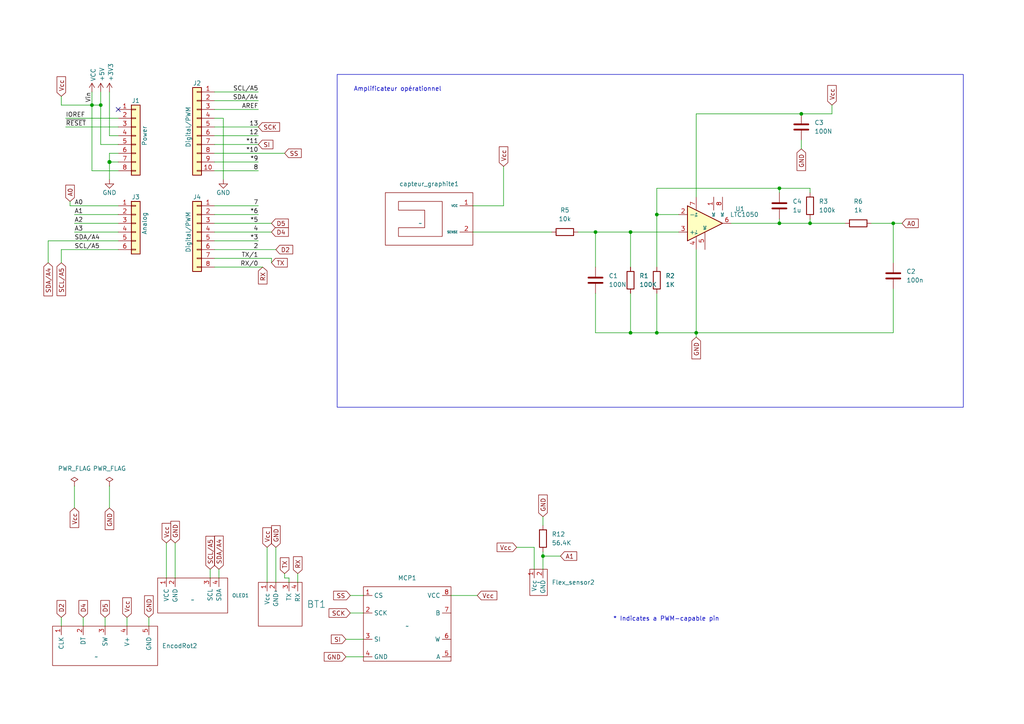
<source format=kicad_sch>
(kicad_sch (version 20230121) (generator eeschema)

  (uuid e63e39d7-6ac0-4ffd-8aa3-1841a4541b55)

  (paper "A4")

  (title_block
    (date "mar. 31 mars 2015")
  )

  (lib_symbols
    (symbol "Amplifier_Operational:LTC6228xS6" (in_bom yes) (on_board yes)
      (property "Reference" "U1" (at 10.16 4.1909 0)
        (effects (font (size 1.27 1.27)))
      )
      (property "Value" "LTC1050" (at 11.43 2.54 0)
        (effects (font (size 1.27 1.27)))
      )
      (property "Footprint" "Library_empreinte_graphite:LTC1050" (at 0 -15.24 0)
        (effects (font (size 1.27 1.27)) hide)
      )
      (property "Datasheet" "" (at 2.54 -5.08 0)
        (effects (font (size 1.27 1.27)) hide)
      )
      (property "ki_keywords" "single opamp" (at 0 0 0)
        (effects (font (size 1.27 1.27)) hide)
      )
      (property "ki_description" "Low Distortion Rail-to-Rail Output Op Amp with Shutdown, TSOT-23-6" (at 0 0 0)
        (effects (font (size 1.27 1.27)) hide)
      )
      (property "ki_fp_filters" "TSOT?23*" (at 0 0 0)
        (effects (font (size 1.27 1.27)) hide)
      )
      (symbol "LTC6228xS6_0_1"
        (polyline
          (pts
            (xy 5.08 0)
            (xy -5.08 5.08)
            (xy -5.08 -5.08)
            (xy 5.08 0)
          )
          (stroke (width 0.254) (type default))
          (fill (type background))
        )
      )
      (symbol "LTC6228xS6_1_1"
        (pin power_in line (at 2.54 7.62 270) (length 3.81)
          (name "NC" (effects (font (size 0.635 0.635))))
          (number "1" (effects (font (size 1.27 1.27))))
        )
        (pin input line (at -7.62 2.54 0) (length 2.54)
          (name "-" (effects (font (size 1.27 1.27))))
          (number "2" (effects (font (size 1.27 1.27))))
        )
        (pin input line (at -7.62 -2.54 0) (length 2.54)
          (name "+" (effects (font (size 1.27 1.27))))
          (number "3" (effects (font (size 1.27 1.27))))
        )
        (pin power_in line (at -2.54 -7.62 90) (length 3.81)
          (name "V-" (effects (font (size 0.635 0.635))))
          (number "4" (effects (font (size 1.27 1.27))))
        )
        (pin input line (at 0 -7.62 90) (length 5.08)
          (name "NC" (effects (font (size 0.635 0.635))))
          (number "5" (effects (font (size 1.27 1.27))))
        )
        (pin output line (at 7.62 0 180) (length 2.54)
          (name "~" (effects (font (size 1.27 1.27))))
          (number "6" (effects (font (size 1.27 1.27))))
        )
        (pin power_in line (at -2.54 7.62 270) (length 3.81)
          (name "V+" (effects (font (size 0.635 0.635))))
          (number "7" (effects (font (size 1.27 1.27))))
        )
        (pin power_in line (at 5.08 7.62 270) (length 3.81)
          (name "NC" (effects (font (size 0.635 0.635))))
          (number "8" (effects (font (size 1.27 1.27))))
        )
      )
    )
    (symbol "Connector_Generic:Conn_01x06" (pin_names (offset 1.016) hide) (in_bom yes) (on_board yes)
      (property "Reference" "J" (at 0 7.62 0)
        (effects (font (size 1.27 1.27)))
      )
      (property "Value" "Conn_01x06" (at 0 -10.16 0)
        (effects (font (size 1.27 1.27)))
      )
      (property "Footprint" "" (at 0 0 0)
        (effects (font (size 1.27 1.27)) hide)
      )
      (property "Datasheet" "~" (at 0 0 0)
        (effects (font (size 1.27 1.27)) hide)
      )
      (property "ki_keywords" "connector" (at 0 0 0)
        (effects (font (size 1.27 1.27)) hide)
      )
      (property "ki_description" "Generic connector, single row, 01x06, script generated (kicad-library-utils/schlib/autogen/connector/)" (at 0 0 0)
        (effects (font (size 1.27 1.27)) hide)
      )
      (property "ki_fp_filters" "Connector*:*_1x??_*" (at 0 0 0)
        (effects (font (size 1.27 1.27)) hide)
      )
      (symbol "Conn_01x06_1_1"
        (rectangle (start -1.27 -7.493) (end 0 -7.747)
          (stroke (width 0.1524) (type default))
          (fill (type none))
        )
        (rectangle (start -1.27 -4.953) (end 0 -5.207)
          (stroke (width 0.1524) (type default))
          (fill (type none))
        )
        (rectangle (start -1.27 -2.413) (end 0 -2.667)
          (stroke (width 0.1524) (type default))
          (fill (type none))
        )
        (rectangle (start -1.27 0.127) (end 0 -0.127)
          (stroke (width 0.1524) (type default))
          (fill (type none))
        )
        (rectangle (start -1.27 2.667) (end 0 2.413)
          (stroke (width 0.1524) (type default))
          (fill (type none))
        )
        (rectangle (start -1.27 5.207) (end 0 4.953)
          (stroke (width 0.1524) (type default))
          (fill (type none))
        )
        (rectangle (start -1.27 6.35) (end 1.27 -8.89)
          (stroke (width 0.254) (type default))
          (fill (type background))
        )
        (pin passive line (at -5.08 5.08 0) (length 3.81)
          (name "Pin_1" (effects (font (size 1.27 1.27))))
          (number "1" (effects (font (size 1.27 1.27))))
        )
        (pin passive line (at -5.08 2.54 0) (length 3.81)
          (name "Pin_2" (effects (font (size 1.27 1.27))))
          (number "2" (effects (font (size 1.27 1.27))))
        )
        (pin passive line (at -5.08 0 0) (length 3.81)
          (name "Pin_3" (effects (font (size 1.27 1.27))))
          (number "3" (effects (font (size 1.27 1.27))))
        )
        (pin passive line (at -5.08 -2.54 0) (length 3.81)
          (name "Pin_4" (effects (font (size 1.27 1.27))))
          (number "4" (effects (font (size 1.27 1.27))))
        )
        (pin passive line (at -5.08 -5.08 0) (length 3.81)
          (name "Pin_5" (effects (font (size 1.27 1.27))))
          (number "5" (effects (font (size 1.27 1.27))))
        )
        (pin passive line (at -5.08 -7.62 0) (length 3.81)
          (name "Pin_6" (effects (font (size 1.27 1.27))))
          (number "6" (effects (font (size 1.27 1.27))))
        )
      )
    )
    (symbol "Connector_Generic:Conn_01x08" (pin_names (offset 1.016) hide) (in_bom yes) (on_board yes)
      (property "Reference" "J" (at 0 10.16 0)
        (effects (font (size 1.27 1.27)))
      )
      (property "Value" "Conn_01x08" (at 0 -12.7 0)
        (effects (font (size 1.27 1.27)))
      )
      (property "Footprint" "" (at 0 0 0)
        (effects (font (size 1.27 1.27)) hide)
      )
      (property "Datasheet" "~" (at 0 0 0)
        (effects (font (size 1.27 1.27)) hide)
      )
      (property "ki_keywords" "connector" (at 0 0 0)
        (effects (font (size 1.27 1.27)) hide)
      )
      (property "ki_description" "Generic connector, single row, 01x08, script generated (kicad-library-utils/schlib/autogen/connector/)" (at 0 0 0)
        (effects (font (size 1.27 1.27)) hide)
      )
      (property "ki_fp_filters" "Connector*:*_1x??_*" (at 0 0 0)
        (effects (font (size 1.27 1.27)) hide)
      )
      (symbol "Conn_01x08_1_1"
        (rectangle (start -1.27 -10.033) (end 0 -10.287)
          (stroke (width 0.1524) (type default))
          (fill (type none))
        )
        (rectangle (start -1.27 -7.493) (end 0 -7.747)
          (stroke (width 0.1524) (type default))
          (fill (type none))
        )
        (rectangle (start -1.27 -4.953) (end 0 -5.207)
          (stroke (width 0.1524) (type default))
          (fill (type none))
        )
        (rectangle (start -1.27 -2.413) (end 0 -2.667)
          (stroke (width 0.1524) (type default))
          (fill (type none))
        )
        (rectangle (start -1.27 0.127) (end 0 -0.127)
          (stroke (width 0.1524) (type default))
          (fill (type none))
        )
        (rectangle (start -1.27 2.667) (end 0 2.413)
          (stroke (width 0.1524) (type default))
          (fill (type none))
        )
        (rectangle (start -1.27 5.207) (end 0 4.953)
          (stroke (width 0.1524) (type default))
          (fill (type none))
        )
        (rectangle (start -1.27 7.747) (end 0 7.493)
          (stroke (width 0.1524) (type default))
          (fill (type none))
        )
        (rectangle (start -1.27 8.89) (end 1.27 -11.43)
          (stroke (width 0.254) (type default))
          (fill (type background))
        )
        (pin passive line (at -5.08 7.62 0) (length 3.81)
          (name "Pin_1" (effects (font (size 1.27 1.27))))
          (number "1" (effects (font (size 1.27 1.27))))
        )
        (pin passive line (at -5.08 5.08 0) (length 3.81)
          (name "Pin_2" (effects (font (size 1.27 1.27))))
          (number "2" (effects (font (size 1.27 1.27))))
        )
        (pin passive line (at -5.08 2.54 0) (length 3.81)
          (name "Pin_3" (effects (font (size 1.27 1.27))))
          (number "3" (effects (font (size 1.27 1.27))))
        )
        (pin passive line (at -5.08 0 0) (length 3.81)
          (name "Pin_4" (effects (font (size 1.27 1.27))))
          (number "4" (effects (font (size 1.27 1.27))))
        )
        (pin passive line (at -5.08 -2.54 0) (length 3.81)
          (name "Pin_5" (effects (font (size 1.27 1.27))))
          (number "5" (effects (font (size 1.27 1.27))))
        )
        (pin passive line (at -5.08 -5.08 0) (length 3.81)
          (name "Pin_6" (effects (font (size 1.27 1.27))))
          (number "6" (effects (font (size 1.27 1.27))))
        )
        (pin passive line (at -5.08 -7.62 0) (length 3.81)
          (name "Pin_7" (effects (font (size 1.27 1.27))))
          (number "7" (effects (font (size 1.27 1.27))))
        )
        (pin passive line (at -5.08 -10.16 0) (length 3.81)
          (name "Pin_8" (effects (font (size 1.27 1.27))))
          (number "8" (effects (font (size 1.27 1.27))))
        )
      )
    )
    (symbol "Connector_Generic:Conn_01x10" (pin_names (offset 1.016) hide) (in_bom yes) (on_board yes)
      (property "Reference" "J" (at 0 12.7 0)
        (effects (font (size 1.27 1.27)))
      )
      (property "Value" "Conn_01x10" (at 0 -15.24 0)
        (effects (font (size 1.27 1.27)))
      )
      (property "Footprint" "" (at 0 0 0)
        (effects (font (size 1.27 1.27)) hide)
      )
      (property "Datasheet" "~" (at 0 0 0)
        (effects (font (size 1.27 1.27)) hide)
      )
      (property "ki_keywords" "connector" (at 0 0 0)
        (effects (font (size 1.27 1.27)) hide)
      )
      (property "ki_description" "Generic connector, single row, 01x10, script generated (kicad-library-utils/schlib/autogen/connector/)" (at 0 0 0)
        (effects (font (size 1.27 1.27)) hide)
      )
      (property "ki_fp_filters" "Connector*:*_1x??_*" (at 0 0 0)
        (effects (font (size 1.27 1.27)) hide)
      )
      (symbol "Conn_01x10_1_1"
        (rectangle (start -1.27 -12.573) (end 0 -12.827)
          (stroke (width 0.1524) (type default))
          (fill (type none))
        )
        (rectangle (start -1.27 -10.033) (end 0 -10.287)
          (stroke (width 0.1524) (type default))
          (fill (type none))
        )
        (rectangle (start -1.27 -7.493) (end 0 -7.747)
          (stroke (width 0.1524) (type default))
          (fill (type none))
        )
        (rectangle (start -1.27 -4.953) (end 0 -5.207)
          (stroke (width 0.1524) (type default))
          (fill (type none))
        )
        (rectangle (start -1.27 -2.413) (end 0 -2.667)
          (stroke (width 0.1524) (type default))
          (fill (type none))
        )
        (rectangle (start -1.27 0.127) (end 0 -0.127)
          (stroke (width 0.1524) (type default))
          (fill (type none))
        )
        (rectangle (start -1.27 2.667) (end 0 2.413)
          (stroke (width 0.1524) (type default))
          (fill (type none))
        )
        (rectangle (start -1.27 5.207) (end 0 4.953)
          (stroke (width 0.1524) (type default))
          (fill (type none))
        )
        (rectangle (start -1.27 7.747) (end 0 7.493)
          (stroke (width 0.1524) (type default))
          (fill (type none))
        )
        (rectangle (start -1.27 10.287) (end 0 10.033)
          (stroke (width 0.1524) (type default))
          (fill (type none))
        )
        (rectangle (start -1.27 11.43) (end 1.27 -13.97)
          (stroke (width 0.254) (type default))
          (fill (type background))
        )
        (pin passive line (at -5.08 10.16 0) (length 3.81)
          (name "Pin_1" (effects (font (size 1.27 1.27))))
          (number "1" (effects (font (size 1.27 1.27))))
        )
        (pin passive line (at -5.08 -12.7 0) (length 3.81)
          (name "Pin_10" (effects (font (size 1.27 1.27))))
          (number "10" (effects (font (size 1.27 1.27))))
        )
        (pin passive line (at -5.08 7.62 0) (length 3.81)
          (name "Pin_2" (effects (font (size 1.27 1.27))))
          (number "2" (effects (font (size 1.27 1.27))))
        )
        (pin passive line (at -5.08 5.08 0) (length 3.81)
          (name "Pin_3" (effects (font (size 1.27 1.27))))
          (number "3" (effects (font (size 1.27 1.27))))
        )
        (pin passive line (at -5.08 2.54 0) (length 3.81)
          (name "Pin_4" (effects (font (size 1.27 1.27))))
          (number "4" (effects (font (size 1.27 1.27))))
        )
        (pin passive line (at -5.08 0 0) (length 3.81)
          (name "Pin_5" (effects (font (size 1.27 1.27))))
          (number "5" (effects (font (size 1.27 1.27))))
        )
        (pin passive line (at -5.08 -2.54 0) (length 3.81)
          (name "Pin_6" (effects (font (size 1.27 1.27))))
          (number "6" (effects (font (size 1.27 1.27))))
        )
        (pin passive line (at -5.08 -5.08 0) (length 3.81)
          (name "Pin_7" (effects (font (size 1.27 1.27))))
          (number "7" (effects (font (size 1.27 1.27))))
        )
        (pin passive line (at -5.08 -7.62 0) (length 3.81)
          (name "Pin_8" (effects (font (size 1.27 1.27))))
          (number "8" (effects (font (size 1.27 1.27))))
        )
        (pin passive line (at -5.08 -10.16 0) (length 3.81)
          (name "Pin_9" (effects (font (size 1.27 1.27))))
          (number "9" (effects (font (size 1.27 1.27))))
        )
      )
    )
    (symbol "Device:C" (pin_numbers hide) (pin_names (offset 0.254)) (in_bom yes) (on_board yes)
      (property "Reference" "C" (at 0.635 2.54 0)
        (effects (font (size 1.27 1.27)) (justify left))
      )
      (property "Value" "C" (at 0.635 -2.54 0)
        (effects (font (size 1.27 1.27)) (justify left))
      )
      (property "Footprint" "" (at 0.9652 -3.81 0)
        (effects (font (size 1.27 1.27)) hide)
      )
      (property "Datasheet" "~" (at 0 0 0)
        (effects (font (size 1.27 1.27)) hide)
      )
      (property "ki_keywords" "cap capacitor" (at 0 0 0)
        (effects (font (size 1.27 1.27)) hide)
      )
      (property "ki_description" "Unpolarized capacitor" (at 0 0 0)
        (effects (font (size 1.27 1.27)) hide)
      )
      (property "ki_fp_filters" "C_*" (at 0 0 0)
        (effects (font (size 1.27 1.27)) hide)
      )
      (symbol "C_0_1"
        (polyline
          (pts
            (xy -2.032 -0.762)
            (xy 2.032 -0.762)
          )
          (stroke (width 0.508) (type default))
          (fill (type none))
        )
        (polyline
          (pts
            (xy -2.032 0.762)
            (xy 2.032 0.762)
          )
          (stroke (width 0.508) (type default))
          (fill (type none))
        )
      )
      (symbol "C_1_1"
        (pin passive line (at 0 3.81 270) (length 2.794)
          (name "~" (effects (font (size 1.27 1.27))))
          (number "1" (effects (font (size 1.27 1.27))))
        )
        (pin passive line (at 0 -3.81 90) (length 2.794)
          (name "~" (effects (font (size 1.27 1.27))))
          (number "2" (effects (font (size 1.27 1.27))))
        )
      )
    )
    (symbol "Device:R" (pin_numbers hide) (pin_names (offset 0)) (in_bom yes) (on_board yes)
      (property "Reference" "R" (at 2.032 0 90)
        (effects (font (size 1.27 1.27)))
      )
      (property "Value" "R" (at 0 0 90)
        (effects (font (size 1.27 1.27)))
      )
      (property "Footprint" "" (at -1.778 0 90)
        (effects (font (size 1.27 1.27)) hide)
      )
      (property "Datasheet" "~" (at 0 0 0)
        (effects (font (size 1.27 1.27)) hide)
      )
      (property "ki_keywords" "R res resistor" (at 0 0 0)
        (effects (font (size 1.27 1.27)) hide)
      )
      (property "ki_description" "Resistor" (at 0 0 0)
        (effects (font (size 1.27 1.27)) hide)
      )
      (property "ki_fp_filters" "R_*" (at 0 0 0)
        (effects (font (size 1.27 1.27)) hide)
      )
      (symbol "R_0_1"
        (rectangle (start -1.016 -2.54) (end 1.016 2.54)
          (stroke (width 0.254) (type default))
          (fill (type none))
        )
      )
      (symbol "R_1_1"
        (pin passive line (at 0 3.81 270) (length 1.27)
          (name "~" (effects (font (size 1.27 1.27))))
          (number "1" (effects (font (size 1.27 1.27))))
        )
        (pin passive line (at 0 -3.81 90) (length 1.27)
          (name "~" (effects (font (size 1.27 1.27))))
          (number "2" (effects (font (size 1.27 1.27))))
        )
      )
    )
    (symbol "Flex_sensor_1" (in_bom yes) (on_board yes)
      (property "Reference" "Flex_sensor" (at 0 -5.08 0)
        (effects (font (size 1.27 1.27)))
      )
      (property "Value" "" (at 0 0 0)
        (effects (font (size 1.27 1.27)))
      )
      (property "Footprint" "" (at 0 0 0)
        (effects (font (size 1.27 1.27)) hide)
      )
      (property "Datasheet" "" (at 0 0 0)
        (effects (font (size 1.27 1.27)) hide)
      )
      (symbol "Flex_sensor_1_0_1"
        (rectangle (start -2.54 3.81) (end 2.54 -3.81)
          (stroke (width 0) (type default))
          (fill (type none))
        )
      )
      (symbol "Flex_sensor_1_1_1"
        (pin passive line (at -1.27 3.81 270) (length 2.54)
          (name "Vcc" (effects (font (size 1.27 1.27))))
          (number "1" (effects (font (size 1.27 1.27))))
        )
        (pin passive line (at 1.27 3.81 270) (length 2.54)
          (name "GND" (effects (font (size 1.27 1.27))))
          (number "2" (effects (font (size 1.27 1.27))))
        )
      )
    )
    (symbol "Library_Graphite:Bluetooth" (in_bom yes) (on_board yes)
      (property "Reference" "BT" (at 1.27 -6.35 0)
        (effects (font (size 2 2)))
      )
      (property "Value" "" (at 0 0 0)
        (effects (font (size 1.27 1.27)))
      )
      (property "Footprint" "" (at 0 0 0)
        (effects (font (size 1.27 1.27)) hide)
      )
      (property "Datasheet" "" (at 0 0 0)
        (effects (font (size 1.27 1.27)) hide)
      )
      (symbol "Bluetooth_0_1"
        (polyline
          (pts
            (xy 7.62 2.54)
            (xy -5.08 2.54)
            (xy -5.08 -10.16)
            (xy 7.62 -10.16)
            (xy 7.62 2.54)
          )
          (stroke (width 0) (type default))
          (fill (type none))
        )
      )
      (symbol "Bluetooth_1_1"
        (polyline
          (pts
            (xy 1.27 -1.27)
            (xy 1.27 -1.27)
          )
          (stroke (width 0) (type default))
          (fill (type none))
        )
        (pin passive line (at -2.54 2.54 270) (length 2.54)
          (name "Vcc" (effects (font (size 1.27 1.27))))
          (number "1" (effects (font (size 1.27 1.27))))
        )
        (pin passive line (at 0 2.54 270) (length 2.54)
          (name "GND" (effects (font (size 1.27 1.27))))
          (number "2" (effects (font (size 1.27 1.27))))
        )
        (pin passive line (at 3.81 2.54 270) (length 2.54)
          (name "TX" (effects (font (size 1.27 1.27))))
          (number "3" (effects (font (size 1.27 1.27))))
        )
        (pin passive line (at 6.35 2.54 270) (length 2.54)
          (name "RX" (effects (font (size 1.27 1.27))))
          (number "4" (effects (font (size 1.27 1.27))))
        )
      )
    )
    (symbol "Library_Graphite:Capteur_graphite" (in_bom yes) (on_board yes)
      (property "Reference" "capteur_graphite" (at 2.54 -5.08 0)
        (effects (font (size 1.27 1.27)))
      )
      (property "Value" "" (at 0 0 0)
        (effects (font (size 1.27 1.27)))
      )
      (property "Footprint" "" (at 0 0 0)
        (effects (font (size 1.27 1.27)) hide)
      )
      (property "Datasheet" "" (at 0 0 0)
        (effects (font (size 1.27 1.27)) hide)
      )
      (symbol "Capteur_graphite_0_1"
        (rectangle (start -10.16 8.89) (end 15.24 -6.35)
          (stroke (width 0) (type default))
          (fill (type none))
        )
        (polyline
          (pts
            (xy -6.35 -3.81)
            (xy 6.35 -3.81)
            (xy 6.35 6.35)
            (xy -6.35 6.35)
            (xy -6.35 3.81)
            (xy 1.27 3.81)
            (xy 1.27 -1.27)
            (xy -6.35 -1.27)
            (xy -6.35 -3.81)
          )
          (stroke (width 0) (type default))
          (fill (type none))
        )
      )
      (symbol "Capteur_graphite_1_1"
        (pin power_in line (at 15.24 5.08 180) (length 3.81)
          (name "VCC" (effects (font (size 0.635 0.635))))
          (number "1" (effects (font (size 1.27 1.27))))
        )
        (pin passive line (at 15.24 -2.54 180) (length 3.81)
          (name "SENSE" (effects (font (size 0.635 0.635))))
          (number "2" (effects (font (size 1.27 1.27))))
        )
      )
    )
    (symbol "Library_Graphite:Encodeur_Rotatoire" (in_bom yes) (on_board yes)
      (property "Reference" "EncodRot" (at 0 0 0)
        (effects (font (size 1.27 1.27)))
      )
      (property "Value" "" (at 0 0 0)
        (effects (font (size 1.27 1.27)))
      )
      (property "Footprint" "" (at 0 0 0)
        (effects (font (size 1.27 1.27)) hide)
      )
      (property "Datasheet" "" (at 0 0 0)
        (effects (font (size 1.27 1.27)) hide)
      )
      (symbol "Encodeur_Rotatoire_0_1"
        (rectangle (start -12.7 8.89) (end 17.78 -2.54)
          (stroke (width 0) (type default))
          (fill (type none))
        )
      )
      (symbol "Encodeur_Rotatoire_1_1"
        (pin passive line (at -10.16 8.89 270) (length 2.54)
          (name "CLK" (effects (font (size 1.27 1.27))))
          (number "1" (effects (font (size 1.27 1.27))))
        )
        (pin passive line (at -3.81 8.89 270) (length 2.54)
          (name "DT" (effects (font (size 1.27 1.27))))
          (number "2" (effects (font (size 1.27 1.27))))
        )
        (pin passive line (at 2.54 8.89 270) (length 2.54)
          (name "SW" (effects (font (size 1.27 1.27))))
          (number "3" (effects (font (size 1.27 1.27))))
        )
        (pin passive line (at 8.89 8.89 270) (length 2.54)
          (name "V+" (effects (font (size 1.27 1.27))))
          (number "4" (effects (font (size 1.27 1.27))))
        )
        (pin passive line (at 15.24 8.89 270) (length 2.54)
          (name "GND" (effects (font (size 1.27 1.27))))
          (number "5" (effects (font (size 1.27 1.27))))
        )
      )
    )
    (symbol "Library_Graphite:MCP41050" (in_bom yes) (on_board yes)
      (property "Reference" "MCP" (at 0 0 0)
        (effects (font (size 1.27 1.27)))
      )
      (property "Value" "" (at 0 0 0)
        (effects (font (size 1.27 1.27)))
      )
      (property "Footprint" "" (at 0 0 0)
        (effects (font (size 1.27 1.27)) hide)
      )
      (property "Datasheet" "" (at 0 0 0)
        (effects (font (size 1.27 1.27)) hide)
      )
      (symbol "MCP41050_0_1"
        (rectangle (start -12.7 11.43) (end 12.7 -10.16)
          (stroke (width 0) (type default))
          (fill (type none))
        )
      )
      (symbol "MCP41050_1_1"
        (pin passive line (at -12.7 8.89 0) (length 2.54)
          (name "CS" (effects (font (size 1.27 1.27))))
          (number "1" (effects (font (size 1.27 1.27))))
        )
        (pin passive line (at -12.7 3.81 0) (length 2.54)
          (name "SCK" (effects (font (size 1.27 1.27))))
          (number "2" (effects (font (size 1.27 1.27))))
        )
        (pin passive line (at -12.7 -3.81 0) (length 2.54)
          (name "SI" (effects (font (size 1.27 1.27))))
          (number "3" (effects (font (size 1.27 1.27))))
        )
        (pin passive line (at -12.7 -8.89 0) (length 2.54)
          (name "GND" (effects (font (size 1.27 1.27))))
          (number "4" (effects (font (size 1.27 1.27))))
        )
        (pin passive line (at 12.7 -8.89 180) (length 2.54)
          (name "A" (effects (font (size 1.27 1.27))))
          (number "5" (effects (font (size 1.27 1.27))))
        )
        (pin passive line (at 12.7 -3.81 180) (length 2.54)
          (name "W" (effects (font (size 1.27 1.27))))
          (number "6" (effects (font (size 1.27 1.27))))
        )
        (pin passive line (at 12.7 3.81 180) (length 2.54)
          (name "B" (effects (font (size 1.27 1.27))))
          (number "7" (effects (font (size 1.27 1.27))))
        )
        (pin passive line (at 12.7 8.89 180) (length 2.54)
          (name "VCC" (effects (font (size 1.27 1.27))))
          (number "8" (effects (font (size 1.27 1.27))))
        )
      )
    )
    (symbol "Library_Graphite:OLED" (in_bom yes) (on_board yes)
      (property "Reference" "OLED" (at 0 0 0)
        (effects (font (size 1 1)))
      )
      (property "Value" "" (at 0 0 0)
        (effects (font (size 1.27 1.27)))
      )
      (property "Footprint" "" (at 0 0 0)
        (effects (font (size 1.27 1.27)) hide)
      )
      (property "Datasheet" "" (at 0 0 0)
        (effects (font (size 1.27 1.27)) hide)
      )
      (symbol "OLED_0_1"
        (rectangle (start -10.16 6.35) (end 10.16 -3.81)
          (stroke (width 0) (type default))
          (fill (type none))
        )
      )
      (symbol "OLED_1_1"
        (pin passive line (at -7.62 6.35 270) (length 2.54)
          (name "VCC" (effects (font (size 1.27 1.27))))
          (number "1" (effects (font (size 1.27 1.27))))
        )
        (pin passive line (at -5.08 6.35 270) (length 2.54)
          (name "GND" (effects (font (size 1.27 1.27))))
          (number "2" (effects (font (size 1.27 1.27))))
        )
        (pin passive line (at 5.08 6.35 270) (length 2.54)
          (name "SCL" (effects (font (size 1.27 1.27))))
          (number "3" (effects (font (size 1.27 1.27))))
        )
        (pin passive line (at 7.62 6.35 270) (length 2.54)
          (name "SDA" (effects (font (size 1.27 1.27))))
          (number "4" (effects (font (size 1.27 1.27))))
        )
      )
    )
    (symbol "power:+3V3" (power) (pin_names (offset 0)) (in_bom yes) (on_board yes)
      (property "Reference" "#PWR" (at 0 -3.81 0)
        (effects (font (size 1.27 1.27)) hide)
      )
      (property "Value" "+3V3" (at 0 3.556 0)
        (effects (font (size 1.27 1.27)))
      )
      (property "Footprint" "" (at 0 0 0)
        (effects (font (size 1.27 1.27)) hide)
      )
      (property "Datasheet" "" (at 0 0 0)
        (effects (font (size 1.27 1.27)) hide)
      )
      (property "ki_keywords" "power-flag" (at 0 0 0)
        (effects (font (size 1.27 1.27)) hide)
      )
      (property "ki_description" "Power symbol creates a global label with name \"+3V3\"" (at 0 0 0)
        (effects (font (size 1.27 1.27)) hide)
      )
      (symbol "+3V3_0_1"
        (polyline
          (pts
            (xy -0.762 1.27)
            (xy 0 2.54)
          )
          (stroke (width 0) (type default))
          (fill (type none))
        )
        (polyline
          (pts
            (xy 0 0)
            (xy 0 2.54)
          )
          (stroke (width 0) (type default))
          (fill (type none))
        )
        (polyline
          (pts
            (xy 0 2.54)
            (xy 0.762 1.27)
          )
          (stroke (width 0) (type default))
          (fill (type none))
        )
      )
      (symbol "+3V3_1_1"
        (pin power_in line (at 0 0 90) (length 0) hide
          (name "+3V3" (effects (font (size 1.27 1.27))))
          (number "1" (effects (font (size 1.27 1.27))))
        )
      )
    )
    (symbol "power:+5V" (power) (pin_names (offset 0)) (in_bom yes) (on_board yes)
      (property "Reference" "#PWR" (at 0 -3.81 0)
        (effects (font (size 1.27 1.27)) hide)
      )
      (property "Value" "+5V" (at 0 3.556 0)
        (effects (font (size 1.27 1.27)))
      )
      (property "Footprint" "" (at 0 0 0)
        (effects (font (size 1.27 1.27)) hide)
      )
      (property "Datasheet" "" (at 0 0 0)
        (effects (font (size 1.27 1.27)) hide)
      )
      (property "ki_keywords" "power-flag" (at 0 0 0)
        (effects (font (size 1.27 1.27)) hide)
      )
      (property "ki_description" "Power symbol creates a global label with name \"+5V\"" (at 0 0 0)
        (effects (font (size 1.27 1.27)) hide)
      )
      (symbol "+5V_0_1"
        (polyline
          (pts
            (xy -0.762 1.27)
            (xy 0 2.54)
          )
          (stroke (width 0) (type default))
          (fill (type none))
        )
        (polyline
          (pts
            (xy 0 0)
            (xy 0 2.54)
          )
          (stroke (width 0) (type default))
          (fill (type none))
        )
        (polyline
          (pts
            (xy 0 2.54)
            (xy 0.762 1.27)
          )
          (stroke (width 0) (type default))
          (fill (type none))
        )
      )
      (symbol "+5V_1_1"
        (pin power_in line (at 0 0 90) (length 0) hide
          (name "+5V" (effects (font (size 1.27 1.27))))
          (number "1" (effects (font (size 1.27 1.27))))
        )
      )
    )
    (symbol "power:GND" (power) (pin_names (offset 0)) (in_bom yes) (on_board yes)
      (property "Reference" "#PWR" (at 0 -6.35 0)
        (effects (font (size 1.27 1.27)) hide)
      )
      (property "Value" "GND" (at 0 -3.81 0)
        (effects (font (size 1.27 1.27)))
      )
      (property "Footprint" "" (at 0 0 0)
        (effects (font (size 1.27 1.27)) hide)
      )
      (property "Datasheet" "" (at 0 0 0)
        (effects (font (size 1.27 1.27)) hide)
      )
      (property "ki_keywords" "power-flag" (at 0 0 0)
        (effects (font (size 1.27 1.27)) hide)
      )
      (property "ki_description" "Power symbol creates a global label with name \"GND\" , ground" (at 0 0 0)
        (effects (font (size 1.27 1.27)) hide)
      )
      (symbol "GND_0_1"
        (polyline
          (pts
            (xy 0 0)
            (xy 0 -1.27)
            (xy 1.27 -1.27)
            (xy 0 -2.54)
            (xy -1.27 -1.27)
            (xy 0 -1.27)
          )
          (stroke (width 0) (type default))
          (fill (type none))
        )
      )
      (symbol "GND_1_1"
        (pin power_in line (at 0 0 270) (length 0) hide
          (name "GND" (effects (font (size 1.27 1.27))))
          (number "1" (effects (font (size 1.27 1.27))))
        )
      )
    )
    (symbol "power:PWR_FLAG" (power) (pin_numbers hide) (pin_names (offset 0) hide) (in_bom yes) (on_board yes)
      (property "Reference" "#FLG" (at 0 1.905 0)
        (effects (font (size 1.27 1.27)) hide)
      )
      (property "Value" "PWR_FLAG" (at 0 3.81 0)
        (effects (font (size 1.27 1.27)))
      )
      (property "Footprint" "" (at 0 0 0)
        (effects (font (size 1.27 1.27)) hide)
      )
      (property "Datasheet" "~" (at 0 0 0)
        (effects (font (size 1.27 1.27)) hide)
      )
      (property "ki_keywords" "flag power" (at 0 0 0)
        (effects (font (size 1.27 1.27)) hide)
      )
      (property "ki_description" "Special symbol for telling ERC where power comes from" (at 0 0 0)
        (effects (font (size 1.27 1.27)) hide)
      )
      (symbol "PWR_FLAG_0_0"
        (pin power_out line (at 0 0 90) (length 0)
          (name "pwr" (effects (font (size 1.27 1.27))))
          (number "1" (effects (font (size 1.27 1.27))))
        )
      )
      (symbol "PWR_FLAG_0_1"
        (polyline
          (pts
            (xy 0 0)
            (xy 0 1.27)
            (xy -1.016 1.905)
            (xy 0 2.54)
            (xy 1.016 1.905)
            (xy 0 1.27)
          )
          (stroke (width 0) (type default))
          (fill (type none))
        )
      )
    )
    (symbol "power:VCC" (power) (pin_names (offset 0)) (in_bom yes) (on_board yes)
      (property "Reference" "#PWR" (at 0 -3.81 0)
        (effects (font (size 1.27 1.27)) hide)
      )
      (property "Value" "VCC" (at 0 3.81 0)
        (effects (font (size 1.27 1.27)))
      )
      (property "Footprint" "" (at 0 0 0)
        (effects (font (size 1.27 1.27)) hide)
      )
      (property "Datasheet" "" (at 0 0 0)
        (effects (font (size 1.27 1.27)) hide)
      )
      (property "ki_keywords" "power-flag" (at 0 0 0)
        (effects (font (size 1.27 1.27)) hide)
      )
      (property "ki_description" "Power symbol creates a global label with name \"VCC\"" (at 0 0 0)
        (effects (font (size 1.27 1.27)) hide)
      )
      (symbol "VCC_0_1"
        (polyline
          (pts
            (xy -0.762 1.27)
            (xy 0 2.54)
          )
          (stroke (width 0) (type default))
          (fill (type none))
        )
        (polyline
          (pts
            (xy 0 0)
            (xy 0 2.54)
          )
          (stroke (width 0) (type default))
          (fill (type none))
        )
        (polyline
          (pts
            (xy 0 2.54)
            (xy 0.762 1.27)
          )
          (stroke (width 0) (type default))
          (fill (type none))
        )
      )
      (symbol "VCC_1_1"
        (pin power_in line (at 0 0 90) (length 0) hide
          (name "VCC" (effects (font (size 1.27 1.27))))
          (number "1" (effects (font (size 1.27 1.27))))
        )
      )
    )
  )

  (junction (at 234.95 64.77) (diameter 0) (color 0 0 0 0)
    (uuid 155d52a0-db8d-4085-86e2-1cff13e435c3)
  )
  (junction (at 259.08 64.77) (diameter 0) (color 0 0 0 0)
    (uuid 2c06863c-ecc8-490c-9378-6e01d4424336)
  )
  (junction (at 182.88 96.52) (diameter 0) (color 0 0 0 0)
    (uuid 38a5c423-0db1-4596-829e-955c6a46cfd3)
  )
  (junction (at 31.75 46.99) (diameter 1.016) (color 0 0 0 0)
    (uuid 3dcc657b-55a1-48e0-9667-e01e7b6b08b5)
  )
  (junction (at 190.5 62.23) (diameter 0) (color 0 0 0 0)
    (uuid 42d431f1-8eca-412e-adec-9e6eeb28cdfa)
  )
  (junction (at 232.41 33.02) (diameter 0) (color 0 0 0 0)
    (uuid 5235d4aa-ecc6-48f3-979b-4637519e121f)
  )
  (junction (at 172.72 67.31) (diameter 0) (color 0 0 0 0)
    (uuid 59468552-a90b-4ba7-8f59-aec33f504ab6)
  )
  (junction (at 157.48 161.29) (diameter 0) (color 0 0 0 0)
    (uuid 5ac95b0f-927e-443b-8b5d-a3f287c03085)
  )
  (junction (at 190.5 96.52) (diameter 0) (color 0 0 0 0)
    (uuid 84f24ef1-f9f3-41f3-834e-098dd5539780)
  )
  (junction (at 26.67 30.48) (diameter 0) (color 0 0 0 0)
    (uuid b80ea390-95c9-4316-8b62-c56ae75d1246)
  )
  (junction (at 201.93 96.52) (diameter 0) (color 0 0 0 0)
    (uuid c39670d4-e628-4a35-a9af-f244a3ede7a8)
  )
  (junction (at 182.88 67.31) (diameter 0) (color 0 0 0 0)
    (uuid dccb26e3-4ac8-498c-a5eb-9932ecf6900f)
  )
  (junction (at 226.06 64.77) (diameter 0) (color 0 0 0 0)
    (uuid e61a72ce-d67d-4cb4-befe-f494f19b13d5)
  )
  (junction (at 226.06 54.61) (diameter 0) (color 0 0 0 0)
    (uuid f22e684d-4a97-4d04-9f2a-7e2b6cea3e9c)
  )
  (junction (at 29.21 30.48) (diameter 0) (color 0 0 0 0)
    (uuid f6ded8c5-c963-4142-94d1-faff476f1c33)
  )

  (no_connect (at 34.29 31.75) (uuid d181157c-7812-47e5-a0cf-9580c905fc86))

  (wire (pts (xy 149.86 158.75) (xy 154.94 158.75))
    (stroke (width 0) (type default))
    (uuid 0139917d-096e-47d6-8381-6c510db741f6)
  )
  (wire (pts (xy 80.01 158.75) (xy 80.01 168.91))
    (stroke (width 0) (type default))
    (uuid 038e4c36-c16b-4d57-a385-7d9278f4de07)
  )
  (wire (pts (xy 182.88 67.31) (xy 182.88 77.47))
    (stroke (width 0) (type default))
    (uuid 05f9b140-aa9e-4147-99b0-14865a70a583)
  )
  (wire (pts (xy 26.67 30.48) (xy 26.67 26.67))
    (stroke (width 0) (type solid))
    (uuid 061823ca-a271-40f8-993f-2727bdb55cbb)
  )
  (wire (pts (xy 190.5 96.52) (xy 201.93 96.52))
    (stroke (width 0) (type default))
    (uuid 0b19aff8-cbfb-4e66-9f49-175beea68ccc)
  )
  (wire (pts (xy 62.23 26.67) (xy 74.93 26.67))
    (stroke (width 0) (type solid))
    (uuid 0f5d2189-4ead-42fa-8f7a-cfa3af4de132)
  )
  (wire (pts (xy 167.64 67.31) (xy 172.72 67.31))
    (stroke (width 0) (type default))
    (uuid 100d1724-5e26-46f3-80d3-b5c219384cfe)
  )
  (wire (pts (xy 31.75 44.45) (xy 31.75 46.99))
    (stroke (width 0) (type solid))
    (uuid 1c31b835-925f-4a5c-92df-8f2558bb711b)
  )
  (wire (pts (xy 31.75 140.97) (xy 31.75 147.32))
    (stroke (width 0) (type default))
    (uuid 1cb91278-ae1d-400a-912f-8ddeeb9a412d)
  )
  (wire (pts (xy 259.08 96.52) (xy 201.93 96.52))
    (stroke (width 0) (type default))
    (uuid 1d4b4d82-aa57-4266-99a6-6c210acda06b)
  )
  (wire (pts (xy 21.59 140.97) (xy 21.59 147.32))
    (stroke (width 0) (type default))
    (uuid 1efac7f0-86d1-43ec-8665-a2b4b1eac6fd)
  )
  (wire (pts (xy 82.55 166.37) (xy 82.55 167.64))
    (stroke (width 0) (type default))
    (uuid 1fe8644c-8b62-4aa7-a97b-e84f128bbc06)
  )
  (wire (pts (xy 17.78 72.39) (xy 34.29 72.39))
    (stroke (width 0) (type solid))
    (uuid 20854542-d0b0-4be7-af02-0e5fceb34e01)
  )
  (wire (pts (xy 160.02 67.31) (xy 137.16 67.31))
    (stroke (width 0) (type default))
    (uuid 2176ad34-c322-4b05-99e5-2feff6b3c17d)
  )
  (wire (pts (xy 182.88 96.52) (xy 190.5 96.52))
    (stroke (width 0) (type default))
    (uuid 265cee09-fc27-46fd-958d-02158b261584)
  )
  (wire (pts (xy 31.75 46.99) (xy 31.75 52.07))
    (stroke (width 0) (type solid))
    (uuid 2df788b2-ce68-49bc-a497-4b6570a17f30)
  )
  (wire (pts (xy 234.95 55.88) (xy 234.95 54.61))
    (stroke (width 0) (type default))
    (uuid 311f1341-86b9-43df-8eef-93b924d92376)
  )
  (wire (pts (xy 190.5 77.47) (xy 190.5 62.23))
    (stroke (width 0) (type default))
    (uuid 3278993b-4366-4cc4-9827-6d108638f0b3)
  )
  (wire (pts (xy 31.75 39.37) (xy 34.29 39.37))
    (stroke (width 0) (type solid))
    (uuid 3334b11d-5a13-40b4-a117-d693c543e4ab)
  )
  (wire (pts (xy 43.18 179.07) (xy 43.18 181.61))
    (stroke (width 0) (type default))
    (uuid 33fafd91-f568-46c1-8aef-f24b1e621f79)
  )
  (wire (pts (xy 212.09 64.77) (xy 226.06 64.77))
    (stroke (width 0) (type default))
    (uuid 34b1ba4a-c822-4b7e-b288-9cc5877198ea)
  )
  (wire (pts (xy 29.21 41.91) (xy 34.29 41.91))
    (stroke (width 0) (type solid))
    (uuid 3661f80c-fef8-4441-83be-df8930b3b45e)
  )
  (wire (pts (xy 29.21 26.67) (xy 29.21 30.48))
    (stroke (width 0) (type solid))
    (uuid 392bf1f6-bf67-427d-8d4c-0a87cb757556)
  )
  (wire (pts (xy 157.48 161.29) (xy 162.56 161.29))
    (stroke (width 0) (type default))
    (uuid 395a0f0f-2ddc-4ad3-a15a-6c9866ca511c)
  )
  (wire (pts (xy 172.72 96.52) (xy 182.88 96.52))
    (stroke (width 0) (type default))
    (uuid 3c6a7242-2ef8-4b05-a5b7-ef652347d755)
  )
  (wire (pts (xy 36.83 179.07) (xy 36.83 181.61))
    (stroke (width 0) (type default))
    (uuid 3d1e0928-1564-47be-bdaa-16a6e251c2de)
  )
  (wire (pts (xy 62.23 36.83) (xy 74.93 36.83))
    (stroke (width 0) (type solid))
    (uuid 4227fa6f-c399-4f14-8228-23e39d2b7e7d)
  )
  (wire (pts (xy 26.67 30.48) (xy 29.21 30.48))
    (stroke (width 0) (type default))
    (uuid 42ac57b5-1b12-4e1a-963f-dbaf90aa1d72)
  )
  (wire (pts (xy 31.75 26.67) (xy 31.75 39.37))
    (stroke (width 0) (type solid))
    (uuid 442fb4de-4d55-45de-bc27-3e6222ceb890)
  )
  (wire (pts (xy 62.23 59.69) (xy 74.93 59.69))
    (stroke (width 0) (type solid))
    (uuid 4455ee2e-5642-42c1-a83b-f7e65fa0c2f1)
  )
  (wire (pts (xy 137.16 59.69) (xy 146.05 59.69))
    (stroke (width 0) (type default))
    (uuid 4542fb7a-ee37-4a17-a4ba-c14e7fc7d2fe)
  )
  (wire (pts (xy 101.6 177.8) (xy 105.41 177.8))
    (stroke (width 0) (type default))
    (uuid 45ce6dfc-2a1a-4e66-acfd-72c840ae3fd1)
  )
  (wire (pts (xy 130.81 172.72) (xy 138.43 172.72))
    (stroke (width 0) (type default))
    (uuid 460e3847-12c7-4746-8c33-e50aa420b0fe)
  )
  (wire (pts (xy 20.32 59.69) (xy 34.29 59.69))
    (stroke (width 0) (type solid))
    (uuid 486ca832-85f4-4989-b0f4-569faf9be534)
  )
  (wire (pts (xy 259.08 83.82) (xy 259.08 96.52))
    (stroke (width 0) (type default))
    (uuid 490093b9-1584-4c77-9662-5a4e64554524)
  )
  (wire (pts (xy 62.23 39.37) (xy 74.93 39.37))
    (stroke (width 0) (type solid))
    (uuid 4a910b57-a5cd-4105-ab4f-bde2a80d4f00)
  )
  (wire (pts (xy 62.23 62.23) (xy 74.93 62.23))
    (stroke (width 0) (type solid))
    (uuid 4e60e1af-19bd-45a0-b418-b7030b594dde)
  )
  (wire (pts (xy 62.23 77.47) (xy 76.2 77.47))
    (stroke (width 0) (type default))
    (uuid 6373b3f2-969e-4a21-b9da-b890ab78e85b)
  )
  (wire (pts (xy 62.23 46.99) (xy 74.93 46.99))
    (stroke (width 0) (type solid))
    (uuid 63f2b71b-521b-4210-bf06-ed65e330fccc)
  )
  (wire (pts (xy 154.94 158.75) (xy 154.94 165.1))
    (stroke (width 0) (type default))
    (uuid 6460e261-7f5b-45ee-ab72-2e2af8b5627c)
  )
  (wire (pts (xy 62.23 67.31) (xy 78.74 67.31))
    (stroke (width 0) (type solid))
    (uuid 6bb3ea5f-9e60-4add-9d97-244be2cf61d2)
  )
  (wire (pts (xy 259.08 64.77) (xy 259.08 76.2))
    (stroke (width 0) (type default))
    (uuid 6c8df993-f02a-4c79-bb98-d371400a58a2)
  )
  (wire (pts (xy 62.23 44.45) (xy 82.55 44.45))
    (stroke (width 0) (type default))
    (uuid 6ec388aa-55c9-4663-ae35-8e4117d991a7)
  )
  (wire (pts (xy 182.88 85.09) (xy 182.88 96.52))
    (stroke (width 0) (type default))
    (uuid 6f311392-1571-403d-a482-ac094ac822d5)
  )
  (wire (pts (xy 232.41 40.64) (xy 232.41 43.18))
    (stroke (width 0) (type default))
    (uuid 70ba9793-ef84-4aea-802b-9bac370d646f)
  )
  (wire (pts (xy 19.05 34.29) (xy 34.29 34.29))
    (stroke (width 0) (type solid))
    (uuid 73d4774c-1387-4550-b580-a1cc0ac89b89)
  )
  (wire (pts (xy 241.3 30.48) (xy 241.3 33.02))
    (stroke (width 0) (type default))
    (uuid 82cef8aa-3925-42da-980f-e7e53522da0f)
  )
  (wire (pts (xy 64.77 34.29) (xy 64.77 52.07))
    (stroke (width 0) (type solid))
    (uuid 84ce350c-b0c1-4e69-9ab2-f7ec7b8bb312)
  )
  (wire (pts (xy 62.23 64.77) (xy 78.74 64.77))
    (stroke (width 0) (type default))
    (uuid 84e22135-35b5-438c-b52f-7c10c1c84890)
  )
  (wire (pts (xy 226.06 63.5) (xy 226.06 64.77))
    (stroke (width 0) (type default))
    (uuid 85b0a91f-7bd4-4b11-afe0-c176608c7364)
  )
  (wire (pts (xy 157.48 161.29) (xy 157.48 165.1))
    (stroke (width 0) (type default))
    (uuid 87280263-191b-4354-b810-7449d7d5bae2)
  )
  (wire (pts (xy 234.95 54.61) (xy 226.06 54.61))
    (stroke (width 0) (type default))
    (uuid 88c086e9-48ef-4faa-9843-3c3b52e699dc)
  )
  (wire (pts (xy 201.93 57.15) (xy 201.93 33.02))
    (stroke (width 0) (type default))
    (uuid 88fe9217-5356-468f-bb65-b80513369e49)
  )
  (wire (pts (xy 172.72 85.09) (xy 172.72 96.52))
    (stroke (width 0) (type default))
    (uuid 89cdbd66-f0ea-49e7-9625-de59efece232)
  )
  (wire (pts (xy 62.23 31.75) (xy 74.93 31.75))
    (stroke (width 0) (type solid))
    (uuid 8a3d35a2-f0f6-4dec-a606-7c8e288ca828)
  )
  (wire (pts (xy 13.97 76.2) (xy 13.97 69.85))
    (stroke (width 0) (type default))
    (uuid 8fcd9ad6-a43a-4e3b-ad06-32b213ddb74e)
  )
  (wire (pts (xy 34.29 64.77) (xy 21.59 64.77))
    (stroke (width 0) (type solid))
    (uuid 9377eb1a-3b12-438c-8ebd-f86ace1e8d25)
  )
  (wire (pts (xy 19.05 36.83) (xy 34.29 36.83))
    (stroke (width 0) (type solid))
    (uuid 93e52853-9d1e-4afe-aee8-b825ab9f5d09)
  )
  (wire (pts (xy 60.96 165.1) (xy 60.96 167.64))
    (stroke (width 0) (type default))
    (uuid 945efd54-5cca-453a-a347-fd31e82b9855)
  )
  (wire (pts (xy 48.26 157.48) (xy 48.26 167.64))
    (stroke (width 0) (type default))
    (uuid 957a5366-70b8-4ae2-ad3b-d08b0e400d01)
  )
  (wire (pts (xy 34.29 46.99) (xy 31.75 46.99))
    (stroke (width 0) (type solid))
    (uuid 97df9ac9-dbb8-472e-b84f-3684d0eb5efc)
  )
  (wire (pts (xy 50.8 157.48) (xy 50.8 167.64))
    (stroke (width 0) (type default))
    (uuid 98cb9e51-947b-47b1-911b-c8f34504c668)
  )
  (wire (pts (xy 190.5 54.61) (xy 190.5 62.23))
    (stroke (width 0) (type default))
    (uuid 9a19d648-c6b8-49a2-a0a9-d8a25561015b)
  )
  (wire (pts (xy 86.36 166.37) (xy 86.36 168.91))
    (stroke (width 0) (type default))
    (uuid 9a5e7247-674e-42d8-8ca3-0e267f630abd)
  )
  (wire (pts (xy 201.93 33.02) (xy 232.41 33.02))
    (stroke (width 0) (type default))
    (uuid a17e1e38-33b2-4a1a-855c-0dde453354b5)
  )
  (wire (pts (xy 234.95 63.5) (xy 234.95 64.77))
    (stroke (width 0) (type default))
    (uuid a20a7170-1f19-46e7-9fbf-923ff7d3c4ed)
  )
  (wire (pts (xy 34.29 49.53) (xy 26.67 49.53))
    (stroke (width 0) (type solid))
    (uuid a7518f9d-05df-4211-ba17-5d615f04ec46)
  )
  (wire (pts (xy 21.59 62.23) (xy 34.29 62.23))
    (stroke (width 0) (type solid))
    (uuid aab97e46-23d6-4cbf-8684-537b94306d68)
  )
  (wire (pts (xy 190.5 85.09) (xy 190.5 96.52))
    (stroke (width 0) (type default))
    (uuid acb2378d-43f3-4691-9475-775d07e87500)
  )
  (wire (pts (xy 157.48 149.86) (xy 157.48 152.4))
    (stroke (width 0) (type default))
    (uuid acf93651-8a81-4941-ab99-62a071279d7e)
  )
  (wire (pts (xy 226.06 54.61) (xy 190.5 54.61))
    (stroke (width 0) (type default))
    (uuid aefbfdb3-c9bd-43ea-8d3c-2ef82d0ec0e6)
  )
  (wire (pts (xy 100.33 185.42) (xy 105.41 185.42))
    (stroke (width 0) (type default))
    (uuid b06be590-5499-4e05-8a5c-54d0becd6ab3)
  )
  (wire (pts (xy 190.5 62.23) (xy 196.85 62.23))
    (stroke (width 0) (type default))
    (uuid b38984ab-e24d-4907-966d-60066f8bc9a3)
  )
  (wire (pts (xy 63.5 165.1) (xy 63.5 167.64))
    (stroke (width 0) (type default))
    (uuid b3cd6cbd-b150-48d1-b512-d1c8316742c7)
  )
  (wire (pts (xy 252.73 64.77) (xy 259.08 64.77))
    (stroke (width 0) (type default))
    (uuid b47df409-c1b3-4ef2-8971-3e8c0fe621ee)
  )
  (wire (pts (xy 172.72 67.31) (xy 182.88 67.31))
    (stroke (width 0) (type default))
    (uuid b522f309-b170-4c17-abb1-7f2a452f1752)
  )
  (wire (pts (xy 146.05 59.69) (xy 146.05 48.26))
    (stroke (width 0) (type default))
    (uuid b6962ab3-3b92-4d3a-aaf9-6f1ba8832611)
  )
  (wire (pts (xy 201.93 96.52) (xy 201.93 72.39))
    (stroke (width 0) (type default))
    (uuid bc3a42ab-4103-48e5-9d81-6e08a0bc3724)
  )
  (wire (pts (xy 62.23 34.29) (xy 64.77 34.29))
    (stroke (width 0) (type solid))
    (uuid bcbc7302-8a54-4b9b-98b9-f277f1b20941)
  )
  (wire (pts (xy 34.29 44.45) (xy 31.75 44.45))
    (stroke (width 0) (type solid))
    (uuid c12796ad-cf20-466f-9ab3-9cf441392c32)
  )
  (wire (pts (xy 182.88 67.31) (xy 196.85 67.31))
    (stroke (width 0) (type default))
    (uuid c4cbfc5d-c5a6-48d5-a136-5c4d998cc3c3)
  )
  (wire (pts (xy 157.48 160.02) (xy 157.48 161.29))
    (stroke (width 0) (type default))
    (uuid c5719453-d158-4e61-8234-1bac3d1ce946)
  )
  (wire (pts (xy 30.48 179.07) (xy 30.48 181.61))
    (stroke (width 0) (type default))
    (uuid c6722838-a4d6-42b2-9a3e-76af748b7643)
  )
  (wire (pts (xy 62.23 41.91) (xy 74.93 41.91))
    (stroke (width 0) (type solid))
    (uuid c722a1ff-12f1-49e5-88a4-44ffeb509ca2)
  )
  (wire (pts (xy 78.74 74.93) (xy 78.74 76.2))
    (stroke (width 0) (type default))
    (uuid c80e8723-5f2b-4790-9c11-bcbe539a085e)
  )
  (wire (pts (xy 77.47 158.75) (xy 77.47 168.91))
    (stroke (width 0) (type default))
    (uuid c9a22526-4f3b-4e36-89d6-aa367a274711)
  )
  (wire (pts (xy 17.78 30.48) (xy 26.67 30.48))
    (stroke (width 0) (type default))
    (uuid cb8a4483-0fc1-496a-86dd-5389281bd122)
  )
  (wire (pts (xy 17.78 27.94) (xy 17.78 30.48))
    (stroke (width 0) (type default))
    (uuid cc5ca0d9-8d87-41ae-af78-7020635e8da0)
  )
  (wire (pts (xy 20.32 58.42) (xy 20.32 59.69))
    (stroke (width 0) (type default))
    (uuid ccc6e4a8-46e6-4590-a74a-44c7cbdec3ac)
  )
  (wire (pts (xy 21.59 67.31) (xy 34.29 67.31))
    (stroke (width 0) (type solid))
    (uuid d3042136-2605-44b2-aebb-5484a9c90933)
  )
  (wire (pts (xy 62.23 74.93) (xy 78.74 74.93))
    (stroke (width 0) (type default))
    (uuid d4d7044e-ecc1-43ba-b3e2-2cbc2fdaf9e6)
  )
  (wire (pts (xy 83.82 168.91) (xy 83.82 167.64))
    (stroke (width 0) (type default))
    (uuid d516eb2c-f95f-43ad-90c3-887e1d647791)
  )
  (wire (pts (xy 226.06 55.88) (xy 226.06 54.61))
    (stroke (width 0) (type default))
    (uuid d5eba4de-b36c-4b58-af3c-fcad64b10831)
  )
  (wire (pts (xy 62.23 72.39) (xy 80.01 72.39))
    (stroke (width 0) (type default))
    (uuid d83ce5c6-05bf-4e82-b11f-ec64a51ff328)
  )
  (wire (pts (xy 83.82 167.64) (xy 82.55 167.64))
    (stroke (width 0) (type default))
    (uuid d97295b4-ab41-4b63-a6de-744bdae2d9c2)
  )
  (wire (pts (xy 29.21 30.48) (xy 29.21 41.91))
    (stroke (width 0) (type solid))
    (uuid df5b8a6d-df00-414e-b745-a243947b7690)
  )
  (wire (pts (xy 259.08 64.77) (xy 261.62 64.77))
    (stroke (width 0) (type default))
    (uuid e120aaea-50a7-4cc5-abeb-10c9fc285e02)
  )
  (wire (pts (xy 241.3 33.02) (xy 232.41 33.02))
    (stroke (width 0) (type default))
    (uuid e3deb887-40ee-4eae-b95c-a30c6b3fed88)
  )
  (wire (pts (xy 62.23 29.21) (xy 74.93 29.21))
    (stroke (width 0) (type solid))
    (uuid e7278977-132b-4777-9eb4-7d93363a4379)
  )
  (wire (pts (xy 226.06 64.77) (xy 234.95 64.77))
    (stroke (width 0) (type default))
    (uuid e7b0e484-556b-4dca-9487-2c6779eccae3)
  )
  (wire (pts (xy 172.72 77.47) (xy 172.72 67.31))
    (stroke (width 0) (type default))
    (uuid ebb3e9c2-8d06-4a4d-9798-797080c1f954)
  )
  (wire (pts (xy 62.23 69.85) (xy 74.93 69.85))
    (stroke (width 0) (type solid))
    (uuid ec76dcc9-9949-4dda-bd76-046204829cb4)
  )
  (wire (pts (xy 17.78 179.07) (xy 17.78 181.61))
    (stroke (width 0) (type default))
    (uuid f2f61bea-18d0-4562-91ff-5dfe54845eda)
  )
  (wire (pts (xy 234.95 64.77) (xy 245.11 64.77))
    (stroke (width 0) (type default))
    (uuid f55b5493-7922-44ce-922f-3c18965331aa)
  )
  (wire (pts (xy 100.33 190.5) (xy 105.41 190.5))
    (stroke (width 0) (type default))
    (uuid f80edb66-4174-4d1b-80ff-c5ff86d8a80c)
  )
  (wire (pts (xy 26.67 49.53) (xy 26.67 30.48))
    (stroke (width 0) (type solid))
    (uuid f8de70cd-e47d-4e80-8f3a-077e9df93aa8)
  )
  (wire (pts (xy 24.13 179.07) (xy 24.13 181.61))
    (stroke (width 0) (type default))
    (uuid f925ebab-3c99-479c-bcf8-38a4ccff9965)
  )
  (wire (pts (xy 17.78 72.39) (xy 17.78 76.2))
    (stroke (width 0) (type default))
    (uuid f9d3d166-6d14-4711-a36c-e7c3b22f2640)
  )
  (wire (pts (xy 13.97 69.85) (xy 34.29 69.85))
    (stroke (width 0) (type solid))
    (uuid fc39c32d-65b8-4d16-9db5-de89c54a1206)
  )
  (wire (pts (xy 62.23 49.53) (xy 74.93 49.53))
    (stroke (width 0) (type solid))
    (uuid fe837306-92d0-4847-ad21-76c47ae932d1)
  )
  (wire (pts (xy 201.93 97.79) (xy 201.93 96.52))
    (stroke (width 0) (type default))
    (uuid fea6265b-dee6-4039-828d-5256cab0915e)
  )
  (wire (pts (xy 101.6 172.72) (xy 105.41 172.72))
    (stroke (width 0) (type default))
    (uuid ff311b56-86b4-4d22-bc66-b5373d23d41f)
  )

  (rectangle (start 97.79 21.59) (end 279.4 118.11)
    (stroke (width 0) (type default))
    (fill (type none))
    (uuid 2853f74d-25a5-47af-acd7-04afae3e5860)
  )

  (text "* Indicates a PWM-capable pin" (at 177.8 180.34 0)
    (effects (font (size 1.27 1.27)) (justify left bottom))
    (uuid c364973a-9a67-4667-8185-a3a5c6c6cbdf)
  )
  (text "	Amplificateur opérationnel" (at 97.79 26.67 0)
    (effects (font (size 1.27 1.27)) (justify left bottom))
    (uuid dd3a694e-a970-47f3-bcae-5518b0bc286b)
  )

  (label "RX{slash}0" (at 74.93 77.47 180) (fields_autoplaced)
    (effects (font (size 1.27 1.27)) (justify right bottom))
    (uuid 01ea9310-cf66-436b-9b89-1a2f4237b59e)
  )
  (label "A2" (at 21.59 64.77 0) (fields_autoplaced)
    (effects (font (size 1.27 1.27)) (justify left bottom))
    (uuid 09251fd4-af37-4d86-8951-1faaac710ffa)
  )
  (label "4" (at 74.93 67.31 180) (fields_autoplaced)
    (effects (font (size 1.27 1.27)) (justify right bottom))
    (uuid 0d8cfe6d-11bf-42b9-9752-f9a5a76bce7e)
  )
  (label "2" (at 74.93 72.39 180) (fields_autoplaced)
    (effects (font (size 1.27 1.27)) (justify right bottom))
    (uuid 23f0c933-49f0-4410-a8db-8b017f48dadc)
  )
  (label "A3" (at 21.59 67.31 0) (fields_autoplaced)
    (effects (font (size 1.27 1.27)) (justify left bottom))
    (uuid 2c60ab74-0590-423b-8921-6f3212a358d2)
  )
  (label "13" (at 74.93 36.83 180) (fields_autoplaced)
    (effects (font (size 1.27 1.27)) (justify right bottom))
    (uuid 35bc5b35-b7b2-44d5-bbed-557f428649b2)
  )
  (label "12" (at 74.93 39.37 180) (fields_autoplaced)
    (effects (font (size 1.27 1.27)) (justify right bottom))
    (uuid 3ffaa3b1-1d78-4c7b-bdf9-f1a8019c92fd)
  )
  (label "~{RESET}" (at 19.05 36.83 0) (fields_autoplaced)
    (effects (font (size 1.27 1.27)) (justify left bottom))
    (uuid 49585dba-cfa7-4813-841e-9d900d43ecf4)
  )
  (label "*10" (at 74.93 44.45 180) (fields_autoplaced)
    (effects (font (size 1.27 1.27)) (justify right bottom))
    (uuid 54be04e4-fffa-4f7f-8a5f-d0de81314e8f)
  )
  (label "7" (at 74.93 59.69 180) (fields_autoplaced)
    (effects (font (size 1.27 1.27)) (justify right bottom))
    (uuid 873d2c88-519e-482f-a3ed-2484e5f9417e)
  )
  (label "SDA{slash}A4" (at 74.93 29.21 180) (fields_autoplaced)
    (effects (font (size 1.27 1.27)) (justify right bottom))
    (uuid 8885a9dc-224d-44c5-8601-05c1d9983e09)
  )
  (label "8" (at 74.93 49.53 180) (fields_autoplaced)
    (effects (font (size 1.27 1.27)) (justify right bottom))
    (uuid 89b0e564-e7aa-4224-80c9-3f0614fede8f)
  )
  (label "*11" (at 74.93 41.91 180) (fields_autoplaced)
    (effects (font (size 1.27 1.27)) (justify right bottom))
    (uuid 9ad5a781-2469-4c8f-8abf-a1c3586f7cb7)
  )
  (label "*3" (at 74.93 69.85 180) (fields_autoplaced)
    (effects (font (size 1.27 1.27)) (justify right bottom))
    (uuid 9cccf5f9-68a4-4e61-b418-6185dd6a5f9a)
  )
  (label "A1" (at 21.59 62.23 0) (fields_autoplaced)
    (effects (font (size 1.27 1.27)) (justify left bottom))
    (uuid acc9991b-1bdd-4544-9a08-4037937485cb)
  )
  (label "TX{slash}1" (at 74.93 74.93 180) (fields_autoplaced)
    (effects (font (size 1.27 1.27)) (justify right bottom))
    (uuid ae2c9582-b445-44bd-b371-7fc74f6cf852)
  )
  (label "A0" (at 21.59 59.69 0) (fields_autoplaced)
    (effects (font (size 1.27 1.27)) (justify left bottom))
    (uuid ba02dc27-26a3-4648-b0aa-06b6dcaf001f)
  )
  (label "AREF" (at 74.93 31.75 180) (fields_autoplaced)
    (effects (font (size 1.27 1.27)) (justify right bottom))
    (uuid bbf52cf8-6d97-4499-a9ee-3657cebcdabf)
  )
  (label "Vin" (at 26.67 26.67 270) (fields_autoplaced)
    (effects (font (size 1.27 1.27)) (justify right bottom))
    (uuid c348793d-eec0-4f33-9b91-2cae8b4224a4)
  )
  (label "*6" (at 74.93 62.23 180) (fields_autoplaced)
    (effects (font (size 1.27 1.27)) (justify right bottom))
    (uuid c775d4e8-c37b-4e73-90c1-1c8d36333aac)
  )
  (label "SCL{slash}A5" (at 74.93 26.67 180) (fields_autoplaced)
    (effects (font (size 1.27 1.27)) (justify right bottom))
    (uuid cba886fc-172a-42fe-8e4c-daace6eaef8e)
  )
  (label "*9" (at 74.93 46.99 180) (fields_autoplaced)
    (effects (font (size 1.27 1.27)) (justify right bottom))
    (uuid ccb58899-a82d-403c-b30b-ee351d622e9c)
  )
  (label "*5" (at 74.93 64.77 180) (fields_autoplaced)
    (effects (font (size 1.27 1.27)) (justify right bottom))
    (uuid d9a65242-9c26-45cd-9a55-3e69f0d77784)
  )
  (label "IOREF" (at 19.05 34.29 0) (fields_autoplaced)
    (effects (font (size 1.27 1.27)) (justify left bottom))
    (uuid de819ae4-b245-474b-a426-865ba877b8a2)
  )
  (label "SDA{slash}A4" (at 21.59 69.85 0) (fields_autoplaced)
    (effects (font (size 1.27 1.27)) (justify left bottom))
    (uuid e7ce99b8-ca22-4c56-9e55-39d32c709f3c)
  )
  (label "SCL{slash}A5" (at 21.59 72.39 0) (fields_autoplaced)
    (effects (font (size 1.27 1.27)) (justify left bottom))
    (uuid ea5aa60b-a25e-41a1-9e06-c7b6f957567f)
  )

  (global_label "D5" (shape input) (at 78.74 64.77 0) (fields_autoplaced)
    (effects (font (size 1.27 1.27)) (justify left))
    (uuid 0d4b803e-0c9b-4681-b170-de72fb7af665)
    (property "Intersheetrefs" "${INTERSHEET_REFS}" (at 84.2204 64.77 0)
      (effects (font (size 1.27 1.27)) (justify left) hide)
    )
  )
  (global_label "GND" (shape input) (at 43.18 179.07 90) (fields_autoplaced)
    (effects (font (size 1.27 1.27)) (justify left))
    (uuid 171d0c95-7ad7-47b2-b0f3-2d89e0f5f92b)
    (property "Intersheetrefs" "${INTERSHEET_REFS}" (at 43.18 172.1986 90)
      (effects (font (size 1.27 1.27)) (justify left) hide)
    )
  )
  (global_label "SI" (shape input) (at 74.93 41.91 0) (fields_autoplaced)
    (effects (font (size 1.27 1.27)) (justify left))
    (uuid 190425cf-d9d4-4006-af03-65b813cc8ec1)
    (property "Intersheetrefs" "${INTERSHEET_REFS}" (at 79.7452 41.91 0)
      (effects (font (size 1.27 1.27)) (justify left) hide)
    )
  )
  (global_label "GND" (shape input) (at 31.75 147.32 270) (fields_autoplaced)
    (effects (font (size 1.27 1.27)) (justify right))
    (uuid 2f1c69f2-436a-4767-91a4-4d4052f2147a)
    (property "Intersheetrefs" "${INTERSHEET_REFS}" (at 31.75 154.1914 90)
      (effects (font (size 1.27 1.27)) (justify right) hide)
    )
  )
  (global_label "Vcc" (shape input) (at 21.59 147.32 270) (fields_autoplaced)
    (effects (font (size 1.27 1.27)) (justify right))
    (uuid 37890885-a225-42ad-9e86-4b46d2e3dd5b)
    (property "Intersheetrefs" "${INTERSHEET_REFS}" (at 21.59 153.5867 90)
      (effects (font (size 1.27 1.27)) (justify right) hide)
    )
  )
  (global_label "GND" (shape input) (at 232.41 43.18 270) (fields_autoplaced)
    (effects (font (size 1.27 1.27)) (justify right))
    (uuid 4805f759-f296-42e3-bad2-958e8998ed12)
    (property "Intersheetrefs" "${INTERSHEET_REFS}" (at 232.41 50.0514 90)
      (effects (font (size 1.27 1.27)) (justify right) hide)
    )
  )
  (global_label "SCK" (shape input) (at 74.93 36.83 0) (fields_autoplaced)
    (effects (font (size 1.27 1.27)) (justify left))
    (uuid 5860f3c0-bc87-4948-91af-43db48e09e94)
    (property "Intersheetrefs" "${INTERSHEET_REFS}" (at 81.6804 36.83 0)
      (effects (font (size 1.27 1.27)) (justify left) hide)
    )
  )
  (global_label "SDA{slash}A4" (shape input) (at 13.97 76.2 270) (fields_autoplaced)
    (effects (font (size 1.27 1.27)) (justify right))
    (uuid 5f7250ee-24b5-48c2-b509-5120e2471c7f)
    (property "Intersheetrefs" "${INTERSHEET_REFS}" (at 13.97 86.3976 90)
      (effects (font (size 1.27 1.27)) (justify right) hide)
    )
  )
  (global_label "Vcc" (shape input) (at 17.78 27.94 90) (fields_autoplaced)
    (effects (font (size 1.27 1.27)) (justify left))
    (uuid 67d501d5-35cc-4aa8-9427-343d4773d751)
    (property "Intersheetrefs" "${INTERSHEET_REFS}" (at 17.78 21.6733 90)
      (effects (font (size 1.27 1.27)) (justify left) hide)
    )
  )
  (global_label "D2" (shape input) (at 17.78 179.07 90) (fields_autoplaced)
    (effects (font (size 1.27 1.27)) (justify left))
    (uuid 7010592e-35c7-4cbe-a72f-53ebc240b291)
    (property "Intersheetrefs" "${INTERSHEET_REFS}" (at 17.78 173.5896 90)
      (effects (font (size 1.27 1.27)) (justify left) hide)
    )
  )
  (global_label "SS" (shape input) (at 82.55 44.45 0) (fields_autoplaced)
    (effects (font (size 1.27 1.27)) (justify left))
    (uuid 75bb53b4-91c0-456d-a087-067ae191594c)
    (property "Intersheetrefs" "${INTERSHEET_REFS}" (at 87.9699 44.45 0)
      (effects (font (size 1.27 1.27)) (justify left) hide)
    )
  )
  (global_label "GND" (shape input) (at 80.01 158.75 90) (fields_autoplaced)
    (effects (font (size 1.27 1.27)) (justify left))
    (uuid 79c4c3b0-f15a-4a74-b52c-f500eb8551f2)
    (property "Intersheetrefs" "${INTERSHEET_REFS}" (at 80.01 151.8786 90)
      (effects (font (size 1.27 1.27)) (justify left) hide)
    )
  )
  (global_label "TX" (shape input) (at 82.55 166.37 90) (fields_autoplaced)
    (effects (font (size 1.27 1.27)) (justify left))
    (uuid 7bfeb1b4-af3b-4978-830e-bbdefdae413c)
    (property "Intersheetrefs" "${INTERSHEET_REFS}" (at 82.55 161.192 90)
      (effects (font (size 1.27 1.27)) (justify left) hide)
    )
  )
  (global_label "A0" (shape input) (at 261.62 64.77 0) (fields_autoplaced)
    (effects (font (size 1.27 1.27)) (justify left))
    (uuid 7c99b74d-b2ba-49cc-8e77-878fca6ff441)
    (property "Intersheetrefs" "${INTERSHEET_REFS}" (at 266.919 64.77 0)
      (effects (font (size 1.27 1.27)) (justify left) hide)
    )
  )
  (global_label "D2" (shape input) (at 80.01 72.39 0) (fields_autoplaced)
    (effects (font (size 1.27 1.27)) (justify left))
    (uuid 7e0b0a63-c8fb-45be-9465-7093e5bdc774)
    (property "Intersheetrefs" "${INTERSHEET_REFS}" (at 85.4904 72.39 0)
      (effects (font (size 1.27 1.27)) (justify left) hide)
    )
  )
  (global_label "Vcc" (shape input) (at 48.26 157.48 90) (fields_autoplaced)
    (effects (font (size 1.27 1.27)) (justify left))
    (uuid 8b00d7b6-381f-4f9c-80a2-65206c9dbed5)
    (property "Intersheetrefs" "${INTERSHEET_REFS}" (at 48.26 151.2133 90)
      (effects (font (size 1.27 1.27)) (justify left) hide)
    )
  )
  (global_label "Vcc" (shape input) (at 146.05 48.26 90) (fields_autoplaced)
    (effects (font (size 1.27 1.27)) (justify left))
    (uuid 90455573-80d4-4515-a1da-f3bb9338492a)
    (property "Intersheetrefs" "${INTERSHEET_REFS}" (at 146.05 41.9933 90)
      (effects (font (size 1.27 1.27)) (justify left) hide)
    )
  )
  (global_label "Vcc" (shape input) (at 149.86 158.75 180) (fields_autoplaced)
    (effects (font (size 1.27 1.27)) (justify right))
    (uuid 924ad058-8e11-45c6-bd77-b7439c1e5770)
    (property "Intersheetrefs" "${INTERSHEET_REFS}" (at 143.5933 158.75 0)
      (effects (font (size 1.27 1.27)) (justify right) hide)
    )
  )
  (global_label "SI" (shape input) (at 100.33 185.42 180) (fields_autoplaced)
    (effects (font (size 1.27 1.27)) (justify right))
    (uuid 9d770b9e-2a6d-4886-9767-acbbe70f9471)
    (property "Intersheetrefs" "${INTERSHEET_REFS}" (at 95.5148 185.42 0)
      (effects (font (size 1.27 1.27)) (justify right) hide)
    )
  )
  (global_label "GND" (shape input) (at 100.33 190.5 180) (fields_autoplaced)
    (effects (font (size 1.27 1.27)) (justify right))
    (uuid a13db24b-a60f-450f-b0ea-70a946714dbf)
    (property "Intersheetrefs" "${INTERSHEET_REFS}" (at 93.4586 190.5 0)
      (effects (font (size 1.27 1.27)) (justify right) hide)
    )
  )
  (global_label "Vcc" (shape input) (at 77.47 158.75 90) (fields_autoplaced)
    (effects (font (size 1.27 1.27)) (justify left))
    (uuid a1bf5aa8-5407-4bb9-8129-6b9296e1ceb5)
    (property "Intersheetrefs" "${INTERSHEET_REFS}" (at 77.47 152.4833 90)
      (effects (font (size 1.27 1.27)) (justify left) hide)
    )
  )
  (global_label "SS" (shape input) (at 101.6 172.72 180) (fields_autoplaced)
    (effects (font (size 1.27 1.27)) (justify right))
    (uuid adc58068-6b10-4f93-8691-51d7698aaee8)
    (property "Intersheetrefs" "${INTERSHEET_REFS}" (at 96.1801 172.72 0)
      (effects (font (size 1.27 1.27)) (justify right) hide)
    )
  )
  (global_label "SCL{slash}A5" (shape input) (at 60.96 165.1 90) (fields_autoplaced)
    (effects (font (size 1.27 1.27)) (justify left))
    (uuid af4aea6c-3b57-4d73-8c1d-6d0472f0bb93)
    (property "Intersheetrefs" "${INTERSHEET_REFS}" (at 60.96 154.9629 90)
      (effects (font (size 1.27 1.27)) (justify left) hide)
    )
  )
  (global_label "D5" (shape input) (at 30.48 179.07 90) (fields_autoplaced)
    (effects (font (size 1.27 1.27)) (justify left))
    (uuid b201be9d-2739-4336-93f0-66cc2a9a7a79)
    (property "Intersheetrefs" "${INTERSHEET_REFS}" (at 30.48 173.5896 90)
      (effects (font (size 1.27 1.27)) (justify left) hide)
    )
  )
  (global_label "RX" (shape input) (at 86.36 166.37 90) (fields_autoplaced)
    (effects (font (size 1.27 1.27)) (justify left))
    (uuid b2d6b866-cc10-496b-bc48-b62dbda39f1a)
    (property "Intersheetrefs" "${INTERSHEET_REFS}" (at 86.36 160.8896 90)
      (effects (font (size 1.27 1.27)) (justify left) hide)
    )
  )
  (global_label "RX" (shape input) (at 76.2 77.47 270) (fields_autoplaced)
    (effects (font (size 1.27 1.27)) (justify right))
    (uuid b4227124-d363-4ee4-b015-5cf2d693fe15)
    (property "Intersheetrefs" "${INTERSHEET_REFS}" (at 76.2 82.9504 90)
      (effects (font (size 1.27 1.27)) (justify right) hide)
    )
  )
  (global_label "TX" (shape input) (at 78.74 76.2 0) (fields_autoplaced)
    (effects (font (size 1.27 1.27)) (justify left))
    (uuid b8c24e9f-9d3d-45db-938b-085581153ba1)
    (property "Intersheetrefs" "${INTERSHEET_REFS}" (at 83.918 76.2 0)
      (effects (font (size 1.27 1.27)) (justify left) hide)
    )
  )
  (global_label "A1" (shape input) (at 162.56 161.29 0) (fields_autoplaced)
    (effects (font (size 1.27 1.27)) (justify left))
    (uuid bbafa793-3ecb-4382-8b57-51e394087239)
    (property "Intersheetrefs" "${INTERSHEET_REFS}" (at 167.859 161.29 0)
      (effects (font (size 1.27 1.27)) (justify left) hide)
    )
  )
  (global_label "Vcc" (shape input) (at 241.3 30.48 90) (fields_autoplaced)
    (effects (font (size 1.27 1.27)) (justify left))
    (uuid bf93840e-5445-47fc-9ce5-6c327a7c0307)
    (property "Intersheetrefs" "${INTERSHEET_REFS}" (at 241.3 24.2133 90)
      (effects (font (size 1.27 1.27)) (justify left) hide)
    )
  )
  (global_label "GND" (shape input) (at 157.48 149.86 90) (fields_autoplaced)
    (effects (font (size 1.27 1.27)) (justify left))
    (uuid bfc3ebbe-b27b-439e-ade6-81d56ddaf74b)
    (property "Intersheetrefs" "${INTERSHEET_REFS}" (at 157.48 142.9886 90)
      (effects (font (size 1.27 1.27)) (justify left) hide)
    )
  )
  (global_label "SDA{slash}A4" (shape input) (at 63.5 165.1 90) (fields_autoplaced)
    (effects (font (size 1.27 1.27)) (justify left))
    (uuid c270cfe2-b98e-4845-a586-9396b94f2af3)
    (property "Intersheetrefs" "${INTERSHEET_REFS}" (at 63.5 154.9024 90)
      (effects (font (size 1.27 1.27)) (justify left) hide)
    )
  )
  (global_label "D4" (shape input) (at 24.13 179.07 90) (fields_autoplaced)
    (effects (font (size 1.27 1.27)) (justify left))
    (uuid c3e9fc6a-9b75-4c0e-b4c0-4fbc0e4b1233)
    (property "Intersheetrefs" "${INTERSHEET_REFS}" (at 24.13 173.5896 90)
      (effects (font (size 1.27 1.27)) (justify left) hide)
    )
  )
  (global_label "GND" (shape input) (at 201.93 97.79 270) (fields_autoplaced)
    (effects (font (size 1.27 1.27)) (justify right))
    (uuid d3aaaab5-ce91-4246-b721-9112c06401e0)
    (property "Intersheetrefs" "${INTERSHEET_REFS}" (at 201.93 104.6614 90)
      (effects (font (size 1.27 1.27)) (justify right) hide)
    )
  )
  (global_label "D4" (shape input) (at 78.74 67.31 0) (fields_autoplaced)
    (effects (font (size 1.27 1.27)) (justify left))
    (uuid d6f1a55e-a974-44fe-96fb-6ad3edee9777)
    (property "Intersheetrefs" "${INTERSHEET_REFS}" (at 84.2204 67.31 0)
      (effects (font (size 1.27 1.27)) (justify left) hide)
    )
  )
  (global_label "Vcc" (shape input) (at 138.43 172.72 0) (fields_autoplaced)
    (effects (font (size 1.27 1.27)) (justify left))
    (uuid db4fed6e-855f-4748-aa25-8f97747ddd9f)
    (property "Intersheetrefs" "${INTERSHEET_REFS}" (at 144.6967 172.72 0)
      (effects (font (size 1.27 1.27)) (justify left) hide)
    )
  )
  (global_label "Vcc" (shape input) (at 36.83 179.07 90) (fields_autoplaced)
    (effects (font (size 1.27 1.27)) (justify left))
    (uuid edc2fb98-7153-4798-979d-2c28c3c11be8)
    (property "Intersheetrefs" "${INTERSHEET_REFS}" (at 36.83 172.8033 90)
      (effects (font (size 1.27 1.27)) (justify left) hide)
    )
  )
  (global_label "A0" (shape input) (at 20.32 58.42 90) (fields_autoplaced)
    (effects (font (size 1.27 1.27)) (justify left))
    (uuid ef010ab3-a48d-4721-afd5-716d20d51959)
    (property "Intersheetrefs" "${INTERSHEET_REFS}" (at 20.32 53.121 90)
      (effects (font (size 1.27 1.27)) (justify left) hide)
    )
  )
  (global_label "GND" (shape input) (at 50.8 157.48 90) (fields_autoplaced)
    (effects (font (size 1.27 1.27)) (justify left))
    (uuid f5d6ec4d-7ca1-47fe-9329-e070550af4cf)
    (property "Intersheetrefs" "${INTERSHEET_REFS}" (at 50.8 150.6086 90)
      (effects (font (size 1.27 1.27)) (justify left) hide)
    )
  )
  (global_label "SCK" (shape input) (at 101.6 177.8 180) (fields_autoplaced)
    (effects (font (size 1.27 1.27)) (justify right))
    (uuid f7a8211d-48f9-4a4a-8986-3573ef2ddf2a)
    (property "Intersheetrefs" "${INTERSHEET_REFS}" (at 94.8496 177.8 0)
      (effects (font (size 1.27 1.27)) (justify right) hide)
    )
  )
  (global_label "SCL{slash}A5" (shape input) (at 17.78 76.2 270) (fields_autoplaced)
    (effects (font (size 1.27 1.27)) (justify right))
    (uuid fdf45391-ca51-4ef8-a2e1-c6aad26a4c1d)
    (property "Intersheetrefs" "${INTERSHEET_REFS}" (at 17.78 86.3371 90)
      (effects (font (size 1.27 1.27)) (justify right) hide)
    )
  )

  (symbol (lib_id "Connector_Generic:Conn_01x08") (at 39.37 39.37 0) (unit 1)
    (in_bom yes) (on_board yes) (dnp no)
    (uuid 00000000-0000-0000-0000-000056d71773)
    (property "Reference" "J1" (at 39.37 29.21 0)
      (effects (font (size 1.27 1.27)))
    )
    (property "Value" "Power" (at 41.91 39.37 90)
      (effects (font (size 1.27 1.27)))
    )
    (property "Footprint" "Connector_PinSocket_2.54mm:PinSocket_1x08_P2.54mm_Vertical" (at 39.37 39.37 0)
      (effects (font (size 1.27 1.27)) hide)
    )
    (property "Datasheet" "" (at 39.37 39.37 0)
      (effects (font (size 1.27 1.27)))
    )
    (pin "1" (uuid d4c02b7e-3be7-4193-a989-fb40130f3319))
    (pin "2" (uuid 1d9f20f8-8d42-4e3d-aece-4c12cc80d0d3))
    (pin "3" (uuid 4801b550-c773-45a3-9bc6-15a3e9341f08))
    (pin "4" (uuid fbe5a73e-5be6-45ba-85f2-2891508cd936))
    (pin "5" (uuid 8f0d2977-6611-4bfc-9a74-1791861e9159))
    (pin "6" (uuid 270f30a7-c159-467b-ab5f-aee66a24a8c7))
    (pin "7" (uuid 760eb2a5-8bbd-4298-88f0-2b1528e020ff))
    (pin "8" (uuid 6a44a55c-6ae0-4d79-b4a1-52d3e48a7065))
    (instances
      (project "Capteur_Graphite"
        (path "/e63e39d7-6ac0-4ffd-8aa3-1841a4541b55"
          (reference "J1") (unit 1)
        )
      )
    )
  )

  (symbol (lib_id "power:+3V3") (at 31.75 26.67 0) (unit 1)
    (in_bom yes) (on_board yes) (dnp no)
    (uuid 00000000-0000-0000-0000-000056d71aa9)
    (property "Reference" "#PWR03" (at 31.75 30.48 0)
      (effects (font (size 1.27 1.27)) hide)
    )
    (property "Value" "+3.3V" (at 32.131 23.622 90)
      (effects (font (size 1.27 1.27)) (justify left))
    )
    (property "Footprint" "" (at 31.75 26.67 0)
      (effects (font (size 1.27 1.27)))
    )
    (property "Datasheet" "" (at 31.75 26.67 0)
      (effects (font (size 1.27 1.27)))
    )
    (pin "1" (uuid 25f7f7e2-1fc6-41d8-a14b-2d2742e98c50))
    (instances
      (project "Capteur_Graphite"
        (path "/e63e39d7-6ac0-4ffd-8aa3-1841a4541b55"
          (reference "#PWR03") (unit 1)
        )
      )
    )
  )

  (symbol (lib_id "power:+5V") (at 29.21 26.67 0) (unit 1)
    (in_bom yes) (on_board yes) (dnp no)
    (uuid 00000000-0000-0000-0000-000056d71d10)
    (property "Reference" "#PWR02" (at 29.21 30.48 0)
      (effects (font (size 1.27 1.27)) hide)
    )
    (property "Value" "+5V" (at 29.5656 23.622 90)
      (effects (font (size 1.27 1.27)) (justify left))
    )
    (property "Footprint" "" (at 29.21 26.67 0)
      (effects (font (size 1.27 1.27)))
    )
    (property "Datasheet" "" (at 29.21 26.67 0)
      (effects (font (size 1.27 1.27)))
    )
    (pin "1" (uuid fdd33dcf-399e-4ac6-99f5-9ccff615cf55))
    (instances
      (project "Capteur_Graphite"
        (path "/e63e39d7-6ac0-4ffd-8aa3-1841a4541b55"
          (reference "#PWR02") (unit 1)
        )
      )
    )
  )

  (symbol (lib_id "power:GND") (at 31.75 52.07 0) (unit 1)
    (in_bom yes) (on_board yes) (dnp no)
    (uuid 00000000-0000-0000-0000-000056d721e6)
    (property "Reference" "#PWR04" (at 31.75 58.42 0)
      (effects (font (size 1.27 1.27)) hide)
    )
    (property "Value" "GND" (at 31.75 55.88 0)
      (effects (font (size 1.27 1.27)))
    )
    (property "Footprint" "" (at 31.75 52.07 0)
      (effects (font (size 1.27 1.27)))
    )
    (property "Datasheet" "" (at 31.75 52.07 0)
      (effects (font (size 1.27 1.27)))
    )
    (pin "1" (uuid 87fd47b6-2ebb-4b03-a4f0-be8b5717bf68))
    (instances
      (project "Capteur_Graphite"
        (path "/e63e39d7-6ac0-4ffd-8aa3-1841a4541b55"
          (reference "#PWR04") (unit 1)
        )
      )
    )
  )

  (symbol (lib_id "Connector_Generic:Conn_01x10") (at 57.15 36.83 0) (mirror y) (unit 1)
    (in_bom yes) (on_board yes) (dnp no)
    (uuid 00000000-0000-0000-0000-000056d72368)
    (property "Reference" "J2" (at 57.15 24.13 0)
      (effects (font (size 1.27 1.27)))
    )
    (property "Value" "Digital/PWM" (at 54.61 36.83 90)
      (effects (font (size 1.27 1.27)))
    )
    (property "Footprint" "Connector_PinSocket_2.54mm:PinSocket_1x10_P2.54mm_Vertical" (at 57.15 36.83 0)
      (effects (font (size 1.27 1.27)) hide)
    )
    (property "Datasheet" "" (at 57.15 36.83 0)
      (effects (font (size 1.27 1.27)))
    )
    (pin "1" (uuid 479c0210-c5dd-4420-aa63-d8c5247cc255))
    (pin "10" (uuid 69b11fa8-6d66-48cf-aa54-1a3009033625))
    (pin "2" (uuid 013a3d11-607f-4568-bbac-ce1ce9ce9f7a))
    (pin "3" (uuid 92bea09f-8c05-493b-981e-5298e629b225))
    (pin "4" (uuid 66c1cab1-9206-4430-914c-14dcf23db70f))
    (pin "5" (uuid e264de4a-49ca-4afe-b718-4f94ad734148))
    (pin "6" (uuid 03467115-7f58-481b-9fbc-afb2550dd13c))
    (pin "7" (uuid 9aa9dec0-f260-4bba-a6cf-25f804e6b111))
    (pin "8" (uuid a3a57bae-7391-4e6d-b628-e6aff8f8ed86))
    (pin "9" (uuid 00a2e9f5-f40a-49ba-91e4-cbef19d3b42b))
    (instances
      (project "Capteur_Graphite"
        (path "/e63e39d7-6ac0-4ffd-8aa3-1841a4541b55"
          (reference "J2") (unit 1)
        )
      )
    )
  )

  (symbol (lib_id "power:GND") (at 64.77 52.07 0) (unit 1)
    (in_bom yes) (on_board yes) (dnp no)
    (uuid 00000000-0000-0000-0000-000056d72a3d)
    (property "Reference" "#PWR05" (at 64.77 58.42 0)
      (effects (font (size 1.27 1.27)) hide)
    )
    (property "Value" "GND" (at 64.77 55.88 0)
      (effects (font (size 1.27 1.27)))
    )
    (property "Footprint" "" (at 64.77 52.07 0)
      (effects (font (size 1.27 1.27)))
    )
    (property "Datasheet" "" (at 64.77 52.07 0)
      (effects (font (size 1.27 1.27)))
    )
    (pin "1" (uuid dcc7d892-ae5b-4d8f-ab19-e541f0cf0497))
    (instances
      (project "Capteur_Graphite"
        (path "/e63e39d7-6ac0-4ffd-8aa3-1841a4541b55"
          (reference "#PWR05") (unit 1)
        )
      )
    )
  )

  (symbol (lib_id "Connector_Generic:Conn_01x06") (at 39.37 64.77 0) (unit 1)
    (in_bom yes) (on_board yes) (dnp no)
    (uuid 00000000-0000-0000-0000-000056d72f1c)
    (property "Reference" "J3" (at 39.37 57.15 0)
      (effects (font (size 1.27 1.27)))
    )
    (property "Value" "Analog" (at 41.91 64.77 90)
      (effects (font (size 1.27 1.27)))
    )
    (property "Footprint" "Connector_PinSocket_2.54mm:PinSocket_1x06_P2.54mm_Vertical" (at 39.37 64.77 0)
      (effects (font (size 1.27 1.27)) hide)
    )
    (property "Datasheet" "~" (at 39.37 64.77 0)
      (effects (font (size 1.27 1.27)) hide)
    )
    (pin "1" (uuid 1e1d0a18-dba5-42d5-95e9-627b560e331d))
    (pin "2" (uuid 11423bda-2cc6-48db-b907-033a5ced98b7))
    (pin "3" (uuid 20a4b56c-be89-418e-a029-3b98e8beca2b))
    (pin "4" (uuid 163db149-f951-4db7-8045-a808c21d7a66))
    (pin "5" (uuid d47b8a11-7971-42ed-a188-2ff9f0b98c7a))
    (pin "6" (uuid 57b1224b-fab7-4047-863e-42b792ecf64b))
    (instances
      (project "Capteur_Graphite"
        (path "/e63e39d7-6ac0-4ffd-8aa3-1841a4541b55"
          (reference "J3") (unit 1)
        )
      )
    )
  )

  (symbol (lib_id "Connector_Generic:Conn_01x08") (at 57.15 67.31 0) (mirror y) (unit 1)
    (in_bom yes) (on_board yes) (dnp no)
    (uuid 00000000-0000-0000-0000-000056d734d0)
    (property "Reference" "J4" (at 57.15 57.15 0)
      (effects (font (size 1.27 1.27)))
    )
    (property "Value" "Digital/PWM" (at 54.61 67.31 90)
      (effects (font (size 1.27 1.27)))
    )
    (property "Footprint" "Connector_PinSocket_2.54mm:PinSocket_1x08_P2.54mm_Vertical" (at 57.15 67.31 0)
      (effects (font (size 1.27 1.27)) hide)
    )
    (property "Datasheet" "" (at 57.15 67.31 0)
      (effects (font (size 1.27 1.27)))
    )
    (pin "1" (uuid 5381a37b-26e9-4dc5-a1df-d5846cca7e02))
    (pin "2" (uuid a4e4eabd-ecd9-495d-83e1-d1e1e828ff74))
    (pin "3" (uuid b659d690-5ae4-4e88-8049-6e4694137cd1))
    (pin "4" (uuid 01e4a515-1e76-4ac0-8443-cb9dae94686e))
    (pin "5" (uuid fadf7cf0-7a5e-4d79-8b36-09596a4f1208))
    (pin "6" (uuid 848129ec-e7db-4164-95a7-d7b289ecb7c4))
    (pin "7" (uuid b7a20e44-a4b2-4578-93ae-e5a04c1f0135))
    (pin "8" (uuid c0cfa2f9-a894-4c72-b71e-f8c87c0a0712))
    (instances
      (project "Capteur_Graphite"
        (path "/e63e39d7-6ac0-4ffd-8aa3-1841a4541b55"
          (reference "J4") (unit 1)
        )
      )
    )
  )

  (symbol (lib_name "Flex_sensor_1") (lib_id "Library_Graphite:Flex_sensor") (at 156.21 168.91 0) (unit 1)
    (in_bom yes) (on_board yes) (dnp no) (fields_autoplaced)
    (uuid 08d015a6-e6e9-4063-b7ae-8fd8898f3310)
    (property "Reference" "Flex_sensor2" (at 160.02 168.91 0)
      (effects (font (size 1.27 1.27)) (justify left))
    )
    (property "Value" "~" (at 156.21 168.91 0)
      (effects (font (size 1.27 1.27)))
    )
    (property "Footprint" "Library_empreinte_graphite:FLEX" (at 156.21 168.91 0)
      (effects (font (size 1.27 1.27)) hide)
    )
    (property "Datasheet" "" (at 156.21 168.91 0)
      (effects (font (size 1.27 1.27)) hide)
    )
    (pin "1" (uuid 9d0a1b24-9245-4b93-a010-5ba910997ec9))
    (pin "2" (uuid a6fa9c43-67e2-454a-95ef-6459ab282ce4))
    (instances
      (project "Capteur_Graphite"
        (path "/e63e39d7-6ac0-4ffd-8aa3-1841a4541b55"
          (reference "Flex_sensor2") (unit 1)
        )
      )
    )
  )

  (symbol (lib_id "Library_Graphite:Capteur_graphite") (at 121.92 64.77 0) (unit 1)
    (in_bom yes) (on_board yes) (dnp no)
    (uuid 09421f04-fb94-4b12-9781-c249c50a23b3)
    (property "Reference" "capteur_graphite1" (at 124.46 53.34 0)
      (effects (font (size 1.27 1.27)))
    )
    (property "Value" "~" (at 121.92 64.77 0)
      (effects (font (size 1.27 1.27)))
    )
    (property "Footprint" "Library_empreinte_graphite:Capteur_graphite" (at 121.92 64.77 0)
      (effects (font (size 1.27 1.27)) hide)
    )
    (property "Datasheet" "" (at 121.92 64.77 0)
      (effects (font (size 1.27 1.27)) hide)
    )
    (pin "1" (uuid 637b9398-7e9b-496b-9ded-186da080f9cf))
    (pin "2" (uuid 72df784e-56e6-43f8-9126-4ff3063fa189))
    (instances
      (project "Capteur_Graphite"
        (path "/e63e39d7-6ac0-4ffd-8aa3-1841a4541b55"
          (reference "capteur_graphite1") (unit 1)
        )
      )
    )
  )

  (symbol (lib_id "Device:C") (at 259.08 80.01 180) (unit 1)
    (in_bom yes) (on_board yes) (dnp no) (fields_autoplaced)
    (uuid 0f75aabd-01a1-411c-ad12-e68669c7d572)
    (property "Reference" "C2" (at 262.89 78.74 0)
      (effects (font (size 1.27 1.27)) (justify right))
    )
    (property "Value" "100n" (at 262.89 81.28 0)
      (effects (font (size 1.27 1.27)) (justify right))
    )
    (property "Footprint" "Capacitor_THT:C_Radial_D5.0mm_H5.0mm_P2.00mm" (at 258.1148 76.2 0)
      (effects (font (size 1.27 1.27)) hide)
    )
    (property "Datasheet" "~" (at 259.08 80.01 0)
      (effects (font (size 1.27 1.27)) hide)
    )
    (pin "1" (uuid 5316ff9a-ca97-4b54-9611-b81352240e32))
    (pin "2" (uuid a2a12f22-92e6-432c-9d62-d6c20decff65))
    (instances
      (project "Capteur_Graphite"
        (path "/e63e39d7-6ac0-4ffd-8aa3-1841a4541b55"
          (reference "C2") (unit 1)
        )
      )
    )
  )

  (symbol (lib_id "Device:C") (at 172.72 81.28 0) (unit 1)
    (in_bom yes) (on_board yes) (dnp no) (fields_autoplaced)
    (uuid 1314a92d-ff75-4c61-88a4-a4f37ed48a8d)
    (property "Reference" "C1" (at 176.53 80.01 0)
      (effects (font (size 1.27 1.27)) (justify left))
    )
    (property "Value" "100N" (at 176.53 82.55 0)
      (effects (font (size 1.27 1.27)) (justify left))
    )
    (property "Footprint" "Capacitor_THT:C_Radial_D5.0mm_H5.0mm_P2.00mm" (at 173.6852 85.09 0)
      (effects (font (size 1.27 1.27)) hide)
    )
    (property "Datasheet" "~" (at 172.72 81.28 0)
      (effects (font (size 1.27 1.27)) hide)
    )
    (pin "1" (uuid 2e08ed74-76a4-49f1-9866-80bb92a308fb))
    (pin "2" (uuid e67ca843-3b65-4b9d-aaf0-44e1d63157b2))
    (instances
      (project "Capteur_Graphite"
        (path "/e63e39d7-6ac0-4ffd-8aa3-1841a4541b55"
          (reference "C1") (unit 1)
        )
      )
    )
  )

  (symbol (lib_id "Device:C") (at 226.06 59.69 0) (unit 1)
    (in_bom yes) (on_board yes) (dnp no) (fields_autoplaced)
    (uuid 15d452d4-8361-4477-94e7-fe136759f75f)
    (property "Reference" "C4" (at 229.87 58.42 0)
      (effects (font (size 1.27 1.27)) (justify left))
    )
    (property "Value" "1u" (at 229.87 60.96 0)
      (effects (font (size 1.27 1.27)) (justify left))
    )
    (property "Footprint" "Capacitor_THT:C_Radial_D5.0mm_H5.0mm_P2.00mm" (at 227.0252 63.5 0)
      (effects (font (size 1.27 1.27)) hide)
    )
    (property "Datasheet" "~" (at 226.06 59.69 0)
      (effects (font (size 1.27 1.27)) hide)
    )
    (pin "1" (uuid 607e2b2c-780d-43ca-808e-52e4f9063a9e))
    (pin "2" (uuid ee5421a8-de75-4355-a709-90e507fd0abe))
    (instances
      (project "Capteur_Graphite"
        (path "/e63e39d7-6ac0-4ffd-8aa3-1841a4541b55"
          (reference "C4") (unit 1)
        )
      )
    )
  )

  (symbol (lib_id "Amplifier_Operational:LTC6228xS6") (at 204.47 64.77 0) (unit 1)
    (in_bom yes) (on_board yes) (dnp no)
    (uuid 348a0479-3375-41e1-ac67-8ce780fe6dd3)
    (property "Reference" "U1" (at 214.63 60.5791 0)
      (effects (font (size 1.27 1.27)))
    )
    (property "Value" "LTC1050" (at 215.9 62.23 0)
      (effects (font (size 1.27 1.27)))
    )
    (property "Footprint" "Library_empreinte_graphite:LTC1050" (at 204.47 80.01 0)
      (effects (font (size 1.27 1.27)) hide)
    )
    (property "Datasheet" "" (at 207.01 69.85 0)
      (effects (font (size 1.27 1.27)) hide)
    )
    (pin "1" (uuid 7aea9557-605f-40c3-bec2-c16f9eeacfa7))
    (pin "6" (uuid 450138ed-3f88-45ee-bfa8-1773745cf3dd))
    (pin "2" (uuid 56769ceb-1401-46e5-9ca4-5319fcf247ff))
    (pin "3" (uuid d0f1b85a-4f5f-4a60-8692-cf982dcb6c3d))
    (pin "4" (uuid 0c58be40-c038-4a8b-b8a4-699688ae876f))
    (pin "5" (uuid 68690707-8e4f-4729-91b5-169f4b5e5dfe))
    (pin "7" (uuid ca17f15f-b7dc-45d6-b49c-c7ed62bb9c18))
    (pin "8" (uuid fa3c898d-151a-41d2-bd05-026fc4ff6222))
    (instances
      (project "Capteur_Graphite"
        (path "/e63e39d7-6ac0-4ffd-8aa3-1841a4541b55"
          (reference "U1") (unit 1)
        )
      )
    )
  )

  (symbol (lib_id "power:PWR_FLAG") (at 31.75 140.97 0) (unit 1)
    (in_bom yes) (on_board yes) (dnp no) (fields_autoplaced)
    (uuid 43c236d3-39c4-4f30-8038-12d3f601f72f)
    (property "Reference" "#FLG02" (at 31.75 139.065 0)
      (effects (font (size 1.27 1.27)) hide)
    )
    (property "Value" "PWR_FLAG" (at 31.75 135.89 0)
      (effects (font (size 1.27 1.27)))
    )
    (property "Footprint" "" (at 31.75 140.97 0)
      (effects (font (size 1.27 1.27)) hide)
    )
    (property "Datasheet" "~" (at 31.75 140.97 0)
      (effects (font (size 1.27 1.27)) hide)
    )
    (pin "1" (uuid 3c296fa4-17ad-4a35-bc72-2290f4d8e9e6))
    (instances
      (project "Capteur_Graphite"
        (path "/e63e39d7-6ac0-4ffd-8aa3-1841a4541b55"
          (reference "#FLG02") (unit 1)
        )
      )
    )
  )

  (symbol (lib_id "power:VCC") (at 26.67 26.67 0) (unit 1)
    (in_bom yes) (on_board yes) (dnp no)
    (uuid 5ca20c89-dc15-4322-ac65-caf5d0f5fcce)
    (property "Reference" "#PWR01" (at 26.67 30.48 0)
      (effects (font (size 1.27 1.27)) hide)
    )
    (property "Value" "VCC" (at 27.051 23.622 90)
      (effects (font (size 1.27 1.27)) (justify left))
    )
    (property "Footprint" "" (at 26.67 26.67 0)
      (effects (font (size 1.27 1.27)) hide)
    )
    (property "Datasheet" "" (at 26.67 26.67 0)
      (effects (font (size 1.27 1.27)) hide)
    )
    (pin "1" (uuid 6bd03990-0c6f-47aa-a191-9be4dd5032ee))
    (instances
      (project "Capteur_Graphite"
        (path "/e63e39d7-6ac0-4ffd-8aa3-1841a4541b55"
          (reference "#PWR01") (unit 1)
        )
      )
    )
  )

  (symbol (lib_id "Device:R") (at 157.48 156.21 0) (unit 1)
    (in_bom yes) (on_board yes) (dnp no) (fields_autoplaced)
    (uuid 626acb49-7af5-467e-9ed3-6723046ddc93)
    (property "Reference" "R12" (at 160.02 154.94 0)
      (effects (font (size 1.27 1.27)) (justify left))
    )
    (property "Value" "56.4K" (at 160.02 157.48 0)
      (effects (font (size 1.27 1.27)) (justify left))
    )
    (property "Footprint" "Resistor_THT:R_Axial_DIN0204_L3.6mm_D1.6mm_P1.90mm_Vertical" (at 155.702 156.21 90)
      (effects (font (size 1.27 1.27)) hide)
    )
    (property "Datasheet" "~" (at 157.48 156.21 0)
      (effects (font (size 1.27 1.27)) hide)
    )
    (pin "1" (uuid 157fd7bb-de74-46c8-8fe7-14d7224a9dc3))
    (pin "2" (uuid 3bf458f9-f610-4869-b7bb-28d5a641ae15))
    (instances
      (project "Capteur_Graphite"
        (path "/e63e39d7-6ac0-4ffd-8aa3-1841a4541b55"
          (reference "R12") (unit 1)
        )
      )
    )
  )

  (symbol (lib_id "Device:R") (at 182.88 81.28 0) (unit 1)
    (in_bom yes) (on_board yes) (dnp no) (fields_autoplaced)
    (uuid 6a3f24fb-9b9a-4132-924c-7a8f8377afab)
    (property "Reference" "R1" (at 185.42 80.01 0)
      (effects (font (size 1.27 1.27)) (justify left))
    )
    (property "Value" "100K" (at 185.42 82.55 0)
      (effects (font (size 1.27 1.27)) (justify left))
    )
    (property "Footprint" "Resistor_THT:R_Axial_DIN0204_L3.6mm_D1.6mm_P1.90mm_Vertical" (at 181.102 81.28 90)
      (effects (font (size 1.27 1.27)) hide)
    )
    (property "Datasheet" "~" (at 182.88 81.28 0)
      (effects (font (size 1.27 1.27)) hide)
    )
    (pin "1" (uuid ee7ef8af-ca98-4ec1-99b0-6731e6a357a2))
    (pin "2" (uuid 586094e7-6582-44cb-b5fb-853458f78354))
    (instances
      (project "Capteur_Graphite"
        (path "/e63e39d7-6ac0-4ffd-8aa3-1841a4541b55"
          (reference "R1") (unit 1)
        )
      )
    )
  )

  (symbol (lib_id "Library_Graphite:MCP41050") (at 118.11 181.61 0) (unit 1)
    (in_bom yes) (on_board yes) (dnp no) (fields_autoplaced)
    (uuid 75609d08-82fc-435d-bd5a-2034637c4551)
    (property "Reference" "MCP1" (at 118.11 167.64 0)
      (effects (font (size 1.27 1.27)))
    )
    (property "Value" "~" (at 118.11 181.61 0)
      (effects (font (size 1.27 1.27)))
    )
    (property "Footprint" "Library_empreinte_graphite:MCP41050" (at 118.11 181.61 0)
      (effects (font (size 1.27 1.27)) hide)
    )
    (property "Datasheet" "" (at 118.11 181.61 0)
      (effects (font (size 1.27 1.27)) hide)
    )
    (pin "1" (uuid 2f2c53a3-d4f6-46b9-a915-7b9c056be0b0))
    (pin "2" (uuid c9fb7372-cb1a-44fc-9485-4ecabe2e5fe4))
    (pin "3" (uuid e368672d-9e4f-432b-bbc0-100873ed59d4))
    (pin "4" (uuid 06ebd21b-6594-4398-9686-f499cdb094ec))
    (pin "5" (uuid 3f1c8c25-6b0f-42db-aa1c-b21a90ed47bb))
    (pin "6" (uuid 0746f0b1-0a2f-4fe2-a209-60b866d37538))
    (pin "7" (uuid 4665bb33-888e-4c0d-92c3-5bd04f72605e))
    (pin "8" (uuid d6bc0a74-2f8a-492d-bdd9-1e25447ee9ed))
    (instances
      (project "Capteur_Graphite"
        (path "/e63e39d7-6ac0-4ffd-8aa3-1841a4541b55"
          (reference "MCP1") (unit 1)
        )
      )
    )
  )

  (symbol (lib_id "Library_Graphite:OLED") (at 55.88 173.99 0) (unit 1)
    (in_bom yes) (on_board yes) (dnp no) (fields_autoplaced)
    (uuid 874bac49-e71e-4c80-b5c8-a744f775e015)
    (property "Reference" "OLED1" (at 67.31 172.72 0)
      (effects (font (size 1 1)) (justify left))
    )
    (property "Value" "~" (at 55.88 173.99 0)
      (effects (font (size 1.27 1.27)))
    )
    (property "Footprint" "Library_empreinte_graphite:OLED" (at 55.88 173.99 0)
      (effects (font (size 1.27 1.27)) hide)
    )
    (property "Datasheet" "" (at 55.88 173.99 0)
      (effects (font (size 1.27 1.27)) hide)
    )
    (pin "1" (uuid be0336a2-4556-43c8-9359-740080a8be01))
    (pin "2" (uuid 0f3cc601-0b6b-4357-8e9e-c50d6cd03a97))
    (pin "3" (uuid b70b1294-7895-45ac-954e-bc5f5287affa))
    (pin "4" (uuid 0f92a126-fa3f-4399-a08a-3fb4381f15cb))
    (instances
      (project "Capteur_Graphite"
        (path "/e63e39d7-6ac0-4ffd-8aa3-1841a4541b55"
          (reference "OLED1") (unit 1)
        )
      )
    )
  )

  (symbol (lib_id "Device:R") (at 248.92 64.77 90) (unit 1)
    (in_bom yes) (on_board yes) (dnp no) (fields_autoplaced)
    (uuid 8f4d24e2-c7d9-4aae-b4ab-571c2d282691)
    (property "Reference" "R6" (at 248.92 58.42 90)
      (effects (font (size 1.27 1.27)))
    )
    (property "Value" "1k" (at 248.92 60.96 90)
      (effects (font (size 1.27 1.27)))
    )
    (property "Footprint" "Resistor_THT:R_Axial_DIN0204_L3.6mm_D1.6mm_P1.90mm_Vertical" (at 248.92 66.548 90)
      (effects (font (size 1.27 1.27)) hide)
    )
    (property "Datasheet" "~" (at 248.92 64.77 0)
      (effects (font (size 1.27 1.27)) hide)
    )
    (pin "1" (uuid fee9dac2-64d7-4ee8-855c-eca67b7b1074))
    (pin "2" (uuid 60829d0f-fce0-47ae-a777-0b7779c4a887))
    (instances
      (project "Capteur_Graphite"
        (path "/e63e39d7-6ac0-4ffd-8aa3-1841a4541b55"
          (reference "R6") (unit 1)
        )
      )
    )
  )

  (symbol (lib_id "power:PWR_FLAG") (at 21.59 140.97 0) (unit 1)
    (in_bom yes) (on_board yes) (dnp no) (fields_autoplaced)
    (uuid a96e3d27-2bfb-4469-9db1-8d3d35636e97)
    (property "Reference" "#FLG01" (at 21.59 139.065 0)
      (effects (font (size 1.27 1.27)) hide)
    )
    (property "Value" "PWR_FLAG" (at 21.59 135.89 0)
      (effects (font (size 1.27 1.27)))
    )
    (property "Footprint" "" (at 21.59 140.97 0)
      (effects (font (size 1.27 1.27)) hide)
    )
    (property "Datasheet" "~" (at 21.59 140.97 0)
      (effects (font (size 1.27 1.27)) hide)
    )
    (pin "1" (uuid 6674b723-e018-4c1d-a69b-9bf7da9d39fb))
    (instances
      (project "Capteur_Graphite"
        (path "/e63e39d7-6ac0-4ffd-8aa3-1841a4541b55"
          (reference "#FLG01") (unit 1)
        )
      )
    )
  )

  (symbol (lib_id "Library_Graphite:Encodeur_Rotatoire") (at 27.94 190.5 0) (unit 1)
    (in_bom yes) (on_board yes) (dnp no) (fields_autoplaced)
    (uuid b0ede837-93c4-42e7-b42a-6242142a6164)
    (property "Reference" "EncodRot2" (at 46.99 187.325 0)
      (effects (font (size 1.27 1.27)) (justify left))
    )
    (property "Value" "~" (at 27.94 190.5 0)
      (effects (font (size 1.27 1.27)))
    )
    (property "Footprint" "Library_empreinte_graphite:Encodeur" (at 27.94 190.5 0)
      (effects (font (size 1.27 1.27)) hide)
    )
    (property "Datasheet" "" (at 27.94 190.5 0)
      (effects (font (size 1.27 1.27)) hide)
    )
    (pin "1" (uuid 89e61edb-0135-4cf3-902c-293ad2c96242))
    (pin "2" (uuid 1e7c61cc-7b00-4670-84ea-2b80bb8e4444))
    (pin "3" (uuid 65e91a00-d418-40b8-9e10-6a51c7e0b97e))
    (pin "4" (uuid f89fa61e-899b-41af-8301-46dac1761319))
    (pin "5" (uuid 3020e3dc-194d-4814-987c-c9a07cd2dd54))
    (instances
      (project "Capteur_Graphite"
        (path "/e63e39d7-6ac0-4ffd-8aa3-1841a4541b55"
          (reference "EncodRot2") (unit 1)
        )
      )
    )
  )

  (symbol (lib_id "Device:R") (at 163.83 67.31 90) (unit 1)
    (in_bom yes) (on_board yes) (dnp no) (fields_autoplaced)
    (uuid be3458a4-8897-4be3-9fbe-b1bebbbf6c25)
    (property "Reference" "R5" (at 163.83 60.96 90)
      (effects (font (size 1.27 1.27)))
    )
    (property "Value" "10k" (at 163.83 63.5 90)
      (effects (font (size 1.27 1.27)))
    )
    (property "Footprint" "Resistor_THT:R_Axial_DIN0204_L3.6mm_D1.6mm_P1.90mm_Vertical" (at 163.83 69.088 90)
      (effects (font (size 1.27 1.27)) hide)
    )
    (property "Datasheet" "~" (at 163.83 67.31 0)
      (effects (font (size 1.27 1.27)) hide)
    )
    (pin "1" (uuid 095eea01-ccc7-4ed6-a085-9aeebf5e5918))
    (pin "2" (uuid 4bdbbd4c-827c-43ca-9cce-7e870f81a864))
    (instances
      (project "Capteur_Graphite"
        (path "/e63e39d7-6ac0-4ffd-8aa3-1841a4541b55"
          (reference "R5") (unit 1)
        )
      )
    )
  )

  (symbol (lib_id "Device:R") (at 234.95 59.69 0) (unit 1)
    (in_bom yes) (on_board yes) (dnp no) (fields_autoplaced)
    (uuid bfe63595-9573-49c1-998d-ea4f05d6d227)
    (property "Reference" "R3" (at 237.49 58.42 0)
      (effects (font (size 1.27 1.27)) (justify left))
    )
    (property "Value" "100k" (at 237.49 60.96 0)
      (effects (font (size 1.27 1.27)) (justify left))
    )
    (property "Footprint" "Resistor_THT:R_Axial_DIN0204_L3.6mm_D1.6mm_P1.90mm_Vertical" (at 233.172 59.69 90)
      (effects (font (size 1.27 1.27)) hide)
    )
    (property "Datasheet" "~" (at 234.95 59.69 0)
      (effects (font (size 1.27 1.27)) hide)
    )
    (pin "1" (uuid 4ebc9d54-e393-4896-a631-113ebb4cc2fb))
    (pin "2" (uuid f63b8738-0087-44f1-8167-7106669bfd4d))
    (instances
      (project "Capteur_Graphite"
        (path "/e63e39d7-6ac0-4ffd-8aa3-1841a4541b55"
          (reference "R3") (unit 1)
        )
      )
    )
  )

  (symbol (lib_id "Device:C") (at 232.41 36.83 0) (unit 1)
    (in_bom yes) (on_board yes) (dnp no) (fields_autoplaced)
    (uuid c0c4c829-7c16-4c95-ae1c-44c0f2524f58)
    (property "Reference" "C3" (at 236.22 35.56 0)
      (effects (font (size 1.27 1.27)) (justify left))
    )
    (property "Value" "100N" (at 236.22 38.1 0)
      (effects (font (size 1.27 1.27)) (justify left))
    )
    (property "Footprint" "Capacitor_THT:C_Radial_D5.0mm_H5.0mm_P2.00mm" (at 233.3752 40.64 0)
      (effects (font (size 1.27 1.27)) hide)
    )
    (property "Datasheet" "~" (at 232.41 36.83 0)
      (effects (font (size 1.27 1.27)) hide)
    )
    (pin "1" (uuid 33289e52-f3fe-4db6-a7e0-c8c28bb3aa75))
    (pin "2" (uuid e6db19de-ba6c-48c8-ba74-597d3d825711))
    (instances
      (project "Capteur_Graphite"
        (path "/e63e39d7-6ac0-4ffd-8aa3-1841a4541b55"
          (reference "C3") (unit 1)
        )
      )
    )
  )

  (symbol (lib_id "Library_Graphite:Bluetooth") (at 80.01 171.45 0) (unit 1)
    (in_bom yes) (on_board yes) (dnp no) (fields_autoplaced)
    (uuid d7acca68-b630-4bf4-9473-83d980b8c165)
    (property "Reference" "BT1" (at 88.9 175.26 0)
      (effects (font (size 2 2)) (justify left))
    )
    (property "Value" "~" (at 80.01 171.45 0)
      (effects (font (size 1.27 1.27)))
    )
    (property "Footprint" "Library_empreinte_graphite:Bluetooth" (at 80.01 171.45 0)
      (effects (font (size 1.27 1.27)) hide)
    )
    (property "Datasheet" "" (at 80.01 171.45 0)
      (effects (font (size 1.27 1.27)) hide)
    )
    (pin "1" (uuid 31076797-4f12-4326-81bb-e0e0c4242e4e))
    (pin "2" (uuid 99e5b7eb-300d-4ff8-aa17-9fe89d68a025))
    (pin "3" (uuid b6ecb802-a06b-456d-97f2-5adb922ff684))
    (pin "4" (uuid 8b3bef81-a58b-4c03-b739-f03f3f052049))
    (instances
      (project "Capteur_Graphite"
        (path "/e63e39d7-6ac0-4ffd-8aa3-1841a4541b55"
          (reference "BT1") (unit 1)
        )
      )
    )
  )

  (symbol (lib_id "Device:R") (at 190.5 81.28 0) (unit 1)
    (in_bom yes) (on_board yes) (dnp no) (fields_autoplaced)
    (uuid e59b55ec-c911-471e-a39f-9987d554c6de)
    (property "Reference" "R2" (at 193.04 80.01 0)
      (effects (font (size 1.27 1.27)) (justify left))
    )
    (property "Value" "1K" (at 193.04 82.55 0)
      (effects (font (size 1.27 1.27)) (justify left))
    )
    (property "Footprint" "Resistor_THT:R_Axial_DIN0204_L3.6mm_D1.6mm_P1.90mm_Vertical" (at 188.722 81.28 90)
      (effects (font (size 1.27 1.27)) hide)
    )
    (property "Datasheet" "~" (at 190.5 81.28 0)
      (effects (font (size 1.27 1.27)) hide)
    )
    (pin "1" (uuid da9c37d8-d1a1-4c15-a2b6-14a628862725))
    (pin "2" (uuid 181d38b6-4fc9-42a8-b225-fec8fc3913b4))
    (instances
      (project "Capteur_Graphite"
        (path "/e63e39d7-6ac0-4ffd-8aa3-1841a4541b55"
          (reference "R2") (unit 1)
        )
      )
    )
  )

  (sheet_instances
    (path "/" (page "1"))
  )
)

</source>
